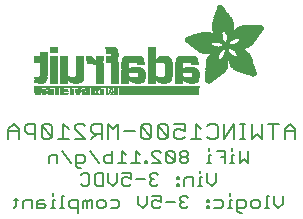
<source format=gbr>
G04 EAGLE Gerber RS-274X export*
G75*
%MOMM*%
%FSLAX34Y34*%
%LPD*%
%INSilkscreen Bottom*%
%IPPOS*%
%AMOC8*
5,1,8,0,0,1.08239X$1,22.5*%
G01*
%ADD10C,0.203200*%
%ADD11C,0.177800*%
%ADD12R,6.839700X0.016800*%
%ADD13R,0.268300X0.016800*%
%ADD14R,0.268200X0.016800*%
%ADD15R,0.251500X0.016800*%
%ADD16R,0.301800X0.016800*%
%ADD17R,0.251400X0.016800*%
%ADD18R,0.285000X0.016800*%
%ADD19R,0.301700X0.016800*%
%ADD20R,0.419100X0.016800*%
%ADD21R,0.318500X0.016800*%
%ADD22R,0.586700X0.016800*%
%ADD23R,0.586800X0.016800*%
%ADD24R,6.839700X0.016700*%
%ADD25R,0.268300X0.016700*%
%ADD26R,0.251400X0.016700*%
%ADD27R,0.251500X0.016700*%
%ADD28R,0.301800X0.016700*%
%ADD29R,0.285000X0.016700*%
%ADD30R,0.301700X0.016700*%
%ADD31R,0.419100X0.016700*%
%ADD32R,0.318500X0.016700*%
%ADD33R,0.586700X0.016700*%
%ADD34R,0.586800X0.016700*%
%ADD35R,0.318600X0.016800*%
%ADD36R,0.569900X0.016800*%
%ADD37R,0.335300X0.016800*%
%ADD38R,0.234700X0.016800*%
%ADD39R,0.234700X0.016700*%
%ADD40R,0.016700X0.016700*%
%ADD41R,0.318600X0.016700*%
%ADD42R,0.569900X0.016700*%
%ADD43R,0.335300X0.016700*%
%ADD44R,0.217900X0.016800*%
%ADD45R,0.033500X0.016800*%
%ADD46R,0.570000X0.016800*%
%ADD47R,0.201100X0.016700*%
%ADD48R,0.050300X0.016700*%
%ADD49R,0.670500X0.016700*%
%ADD50R,1.005800X0.016700*%
%ADD51R,0.570000X0.016700*%
%ADD52R,0.201100X0.016800*%
%ADD53R,0.067000X0.016800*%
%ADD54R,0.670500X0.016800*%
%ADD55R,1.005800X0.016800*%
%ADD56R,0.184400X0.016800*%
%ADD57R,0.989000X0.016800*%
%ADD58R,0.184400X0.016700*%
%ADD59R,0.067000X0.016700*%
%ADD60R,0.989000X0.016700*%
%ADD61R,0.167600X0.016800*%
%ADD62R,0.083800X0.016800*%
%ADD63R,0.637000X0.016800*%
%ADD64R,0.955500X0.016800*%
%ADD65R,0.150800X0.016800*%
%ADD66R,0.100600X0.016800*%
%ADD67R,0.536400X0.016800*%
%ADD68R,0.854900X0.016800*%
%ADD69R,0.150800X0.016700*%
%ADD70R,0.100600X0.016700*%
%ADD71R,0.352000X0.016700*%
%ADD72R,0.435900X0.016700*%
%ADD73R,0.402400X0.016700*%
%ADD74R,0.368800X0.016700*%
%ADD75R,0.134100X0.016800*%
%ADD76R,0.117300X0.016800*%
%ADD77R,0.435900X0.016800*%
%ADD78R,0.368900X0.016800*%
%ADD79R,0.603500X0.016800*%
%ADD80R,0.134100X0.016700*%
%ADD81R,0.117300X0.016700*%
%ADD82R,0.452600X0.016700*%
%ADD83R,0.620300X0.016700*%
%ADD84R,0.284900X0.016800*%
%ADD85R,0.486200X0.016800*%
%ADD86R,0.653800X0.016800*%
%ADD87R,0.804700X0.016800*%
%ADD88R,0.150900X0.016700*%
%ADD89R,0.268200X0.016700*%
%ADD90R,0.737600X0.016700*%
%ADD91R,0.603500X0.016700*%
%ADD92R,0.922000X0.016700*%
%ADD93R,0.150900X0.016800*%
%ADD94R,0.821400X0.016800*%
%ADD95R,0.972300X0.016800*%
%ADD96R,0.989100X0.016800*%
%ADD97R,0.083800X0.016700*%
%ADD98R,0.167600X0.016700*%
%ADD99R,0.821400X0.016700*%
%ADD100R,0.989100X0.016700*%
%ADD101R,0.201200X0.016700*%
%ADD102R,0.050300X0.016800*%
%ADD103R,0.201200X0.016800*%
%ADD104R,0.217900X0.016700*%
%ADD105R,0.284900X0.016700*%
%ADD106R,0.352100X0.016800*%
%ADD107R,0.620300X0.016800*%
%ADD108R,0.385600X0.016800*%
%ADD109R,0.335200X0.016800*%
%ADD110R,0.385600X0.016700*%
%ADD111R,0.687400X0.016700*%
%ADD112R,13.998000X0.016800*%
%ADD113R,13.998000X0.016700*%
%ADD114R,0.637000X0.016700*%
%ADD115R,0.486100X0.016700*%
%ADD116R,0.637100X0.016700*%
%ADD117R,0.519700X0.016700*%
%ADD118R,0.536500X0.016700*%
%ADD119R,0.787900X0.016800*%
%ADD120R,0.687400X0.016800*%
%ADD121R,0.771200X0.016800*%
%ADD122R,0.637100X0.016800*%
%ADD123R,0.720800X0.016800*%
%ADD124R,0.704100X0.016800*%
%ADD125R,0.754400X0.016800*%
%ADD126R,0.838200X0.016700*%
%ADD127R,0.871800X0.016700*%
%ADD128R,0.871700X0.016700*%
%ADD129R,0.402400X0.016800*%
%ADD130R,0.922100X0.016800*%
%ADD131R,0.938800X0.016800*%
%ADD132R,0.938800X0.016700*%
%ADD133R,1.022600X0.016700*%
%ADD134R,0.972400X0.016700*%
%ADD135R,0.972300X0.016700*%
%ADD136R,0.469400X0.016800*%
%ADD137R,1.072900X0.016800*%
%ADD138R,1.022600X0.016800*%
%ADD139R,1.005900X0.016800*%
%ADD140R,0.502900X0.016800*%
%ADD141R,1.123200X0.016800*%
%ADD142R,1.056200X0.016800*%
%ADD143R,1.123100X0.016800*%
%ADD144R,1.139900X0.016700*%
%ADD145R,1.089600X0.016700*%
%ADD146R,0.553200X0.016800*%
%ADD147R,1.190200X0.016800*%
%ADD148R,1.190300X0.016800*%
%ADD149R,1.039400X0.016800*%
%ADD150R,1.223700X0.016800*%
%ADD151R,1.173500X0.016800*%
%ADD152R,1.223800X0.016800*%
%ADD153R,1.240500X0.016700*%
%ADD154R,1.173500X0.016700*%
%ADD155R,1.240600X0.016700*%
%ADD156R,1.190300X0.016700*%
%ADD157R,1.056200X0.016700*%
%ADD158R,1.274100X0.016800*%
%ADD159R,1.274000X0.016800*%
%ADD160R,1.307600X0.016800*%
%ADD161R,1.257300X0.016800*%
%ADD162R,1.324400X0.016800*%
%ADD163R,0.687300X0.016700*%
%ADD164R,1.324400X0.016700*%
%ADD165R,1.307500X0.016700*%
%ADD166R,1.274100X0.016700*%
%ADD167R,1.072900X0.016700*%
%ADD168R,2.011600X0.016800*%
%ADD169R,1.324300X0.016800*%
%ADD170R,1.978100X0.016800*%
%ADD171R,2.011600X0.016700*%
%ADD172R,1.357900X0.016700*%
%ADD173R,1.994900X0.016700*%
%ADD174R,1.341200X0.016700*%
%ADD175R,1.089700X0.016700*%
%ADD176R,0.754300X0.016800*%
%ADD177R,1.994900X0.016800*%
%ADD178R,1.995000X0.016800*%
%ADD179R,1.089700X0.016800*%
%ADD180R,0.787900X0.016700*%
%ADD181R,1.995000X0.016700*%
%ADD182R,2.028400X0.016800*%
%ADD183R,2.011700X0.016800*%
%ADD184R,1.106500X0.016800*%
%ADD185R,2.028400X0.016700*%
%ADD186R,2.011700X0.016700*%
%ADD187R,1.106500X0.016700*%
%ADD188R,0.888400X0.016800*%
%ADD189R,0.922000X0.016800*%
%ADD190R,0.938700X0.016700*%
%ADD191R,2.045200X0.016800*%
%ADD192R,0.938700X0.016800*%
%ADD193R,0.670600X0.016700*%
%ADD194R,0.888500X0.016700*%
%ADD195R,2.045200X0.016700*%
%ADD196R,0.888400X0.016700*%
%ADD197R,0.804600X0.016800*%
%ADD198R,2.028500X0.016800*%
%ADD199R,1.056100X0.016700*%
%ADD200R,0.771100X0.016700*%
%ADD201R,0.754300X0.016700*%
%ADD202R,2.028500X0.016700*%
%ADD203R,0.737700X0.016700*%
%ADD204R,1.072800X0.016800*%
%ADD205R,0.871700X0.016800*%
%ADD206R,0.737600X0.016800*%
%ADD207R,0.871800X0.016800*%
%ADD208R,1.089600X0.016800*%
%ADD209R,0.704000X0.016800*%
%ADD210R,0.687300X0.016800*%
%ADD211R,0.670600X0.016800*%
%ADD212R,1.123100X0.016700*%
%ADD213R,0.720800X0.016700*%
%ADD214R,0.653700X0.016700*%
%ADD215R,0.653800X0.016700*%
%ADD216R,1.139900X0.016800*%
%ADD217R,1.173400X0.016800*%
%ADD218R,1.190200X0.016700*%
%ADD219R,1.207000X0.016800*%
%ADD220R,1.240500X0.016800*%
%ADD221R,0.469400X0.016700*%
%ADD222R,1.274000X0.016700*%
%ADD223R,0.519600X0.016800*%
%ADD224R,1.341100X0.016800*%
%ADD225R,0.771200X0.016700*%
%ADD226R,1.374600X0.016700*%
%ADD227R,0.838200X0.016800*%
%ADD228R,1.391400X0.016800*%
%ADD229R,1.424900X0.016800*%
%ADD230R,1.441700X0.016700*%
%ADD231R,1.475200X0.016800*%
%ADD232R,1.491900X0.016700*%
%ADD233R,1.525500X0.016800*%
%ADD234R,1.559000X0.016700*%
%ADD235R,1.575800X0.016800*%
%ADD236R,1.307600X0.016700*%
%ADD237R,1.592500X0.016700*%
%ADD238R,1.374700X0.016800*%
%ADD239R,1.609300X0.016800*%
%ADD240R,1.408200X0.016800*%
%ADD241R,1.626100X0.016800*%
%ADD242R,1.626100X0.016700*%
%ADD243R,1.508800X0.016800*%
%ADD244R,1.659600X0.016800*%
%ADD245R,1.559000X0.016800*%
%ADD246R,1.676400X0.016800*%
%ADD247R,1.575800X0.016700*%
%ADD248R,1.676400X0.016700*%
%ADD249R,1.978100X0.016700*%
%ADD250R,1.693100X0.016800*%
%ADD251R,1.642800X0.016800*%
%ADD252R,1.709900X0.016800*%
%ADD253R,1.961300X0.016800*%
%ADD254R,1.726600X0.016700*%
%ADD255R,1.961300X0.016700*%
%ADD256R,1.693200X0.016800*%
%ADD257R,1.726600X0.016800*%
%ADD258R,1.944600X0.016800*%
%ADD259R,1.726700X0.016700*%
%ADD260R,1.743400X0.016700*%
%ADD261R,1.944600X0.016700*%
%ADD262R,1.726700X0.016800*%
%ADD263R,1.760200X0.016800*%
%ADD264R,1.927800X0.016800*%
%ADD265R,1.911000X0.016800*%
%ADD266R,1.793700X0.016700*%
%ADD267R,1.776900X0.016700*%
%ADD268R,1.911100X0.016700*%
%ADD269R,1.894300X0.016700*%
%ADD270R,1.793800X0.016800*%
%ADD271R,1.776900X0.016800*%
%ADD272R,1.911100X0.016800*%
%ADD273R,1.894300X0.016800*%
%ADD274R,1.827300X0.016800*%
%ADD275R,1.810500X0.016800*%
%ADD276R,1.877500X0.016800*%
%ADD277R,1.844100X0.016700*%
%ADD278R,1.810500X0.016700*%
%ADD279R,1.860800X0.016700*%
%ADD280R,1.844000X0.016700*%
%ADD281R,1.860900X0.016800*%
%ADD282R,1.844000X0.016800*%
%ADD283R,1.827200X0.016800*%
%ADD284R,1.860800X0.016800*%
%ADD285R,1.793700X0.016800*%
%ADD286R,1.877600X0.016700*%
%ADD287R,1.827200X0.016700*%
%ADD288R,1.927800X0.016700*%
%ADD289R,1.927900X0.016800*%
%ADD290R,1.944700X0.016700*%
%ADD291R,1.877500X0.016700*%
%ADD292R,1.961400X0.016800*%
%ADD293R,1.961400X0.016700*%
%ADD294R,1.978200X0.016800*%
%ADD295R,1.911000X0.016700*%
%ADD296R,0.620200X0.016800*%
%ADD297R,1.425000X0.016800*%
%ADD298R,0.620200X0.016700*%
%ADD299R,1.425000X0.016700*%
%ADD300R,0.653700X0.016800*%
%ADD301R,0.704100X0.016700*%
%ADD302R,0.804700X0.016700*%
%ADD303R,0.905200X0.016800*%
%ADD304R,1.894400X0.016800*%
%ADD305R,1.927900X0.016700*%
%ADD306R,1.877600X0.016800*%
%ADD307R,3.889300X0.016800*%
%ADD308R,3.872500X0.016700*%
%ADD309R,3.872500X0.016800*%
%ADD310R,3.855700X0.016700*%
%ADD311R,0.754400X0.016700*%
%ADD312R,3.855700X0.016800*%
%ADD313R,3.839000X0.016800*%
%ADD314R,0.720900X0.016800*%
%ADD315R,3.822200X0.016700*%
%ADD316R,2.715700X0.016800*%
%ADD317R,2.632000X0.016800*%
%ADD318R,1.290800X0.016800*%
%ADD319R,2.615200X0.016700*%
%ADD320R,1.257300X0.016700*%
%ADD321R,2.581700X0.016800*%
%ADD322R,1.240600X0.016800*%
%ADD323R,2.564900X0.016800*%
%ADD324R,1.760300X0.016800*%
%ADD325R,2.531400X0.016700*%
%ADD326R,1.156700X0.016700*%
%ADD327R,2.514600X0.016800*%
%ADD328R,0.955600X0.016800*%
%ADD329R,2.497800X0.016800*%
%ADD330R,1.659700X0.016800*%
%ADD331R,2.464300X0.016700*%
%ADD332R,1.039300X0.016700*%
%ADD333R,2.447500X0.016800*%
%ADD334R,1.592500X0.016800*%
%ADD335R,0.536500X0.016800*%
%ADD336R,2.430800X0.016700*%
%ADD337R,1.559100X0.016700*%
%ADD338R,1.542300X0.016700*%
%ADD339R,0.502900X0.016700*%
%ADD340R,2.414000X0.016800*%
%ADD341R,0.905300X0.016800*%
%ADD342R,1.508700X0.016800*%
%ADD343R,0.888500X0.016800*%
%ADD344R,2.397300X0.016800*%
%ADD345R,1.441700X0.016800*%
%ADD346R,0.452700X0.016800*%
%ADD347R,1.290900X0.016700*%
%ADD348R,1.156700X0.016800*%
%ADD349R,0.855000X0.016800*%
%ADD350R,1.123200X0.016700*%
%ADD351R,0.720900X0.016700*%
%ADD352R,1.106400X0.016800*%
%ADD353R,1.106400X0.016700*%
%ADD354R,0.771100X0.016800*%
%ADD355R,0.435800X0.016700*%
%ADD356R,1.592600X0.016700*%
%ADD357R,0.435800X0.016800*%
%ADD358R,1.642900X0.016800*%
%ADD359R,0.402300X0.016800*%
%ADD360R,1.793800X0.016700*%
%ADD361R,0.368800X0.016800*%
%ADD362R,1.056100X0.016800*%
%ADD363R,1.039400X0.016700*%
%ADD364R,2.078800X0.016800*%
%ADD365R,0.335200X0.016700*%
%ADD366R,2.145800X0.016700*%
%ADD367R,2.162600X0.016800*%
%ADD368R,0.352000X0.016800*%
%ADD369R,2.212800X0.016800*%
%ADD370R,2.279900X0.016700*%
%ADD371R,2.330200X0.016800*%
%ADD372R,2.799500X0.016800*%
%ADD373R,2.816300X0.016700*%
%ADD374R,0.955500X0.016700*%
%ADD375R,2.849900X0.016800*%
%ADD376R,2.916900X0.016800*%
%ADD377R,4.224500X0.016700*%
%ADD378R,4.291600X0.016800*%
%ADD379R,4.409000X0.016800*%
%ADD380R,4.509500X0.016700*%
%ADD381R,4.526300X0.016800*%
%ADD382R,4.626800X0.016700*%
%ADD383R,4.693900X0.016800*%
%ADD384R,4.727400X0.016800*%
%ADD385R,2.548200X0.016700*%
%ADD386R,2.179300X0.016700*%
%ADD387R,2.430800X0.016800*%
%ADD388R,2.414000X0.016700*%
%ADD389R,2.414100X0.016800*%
%ADD390R,2.430700X0.016700*%
%ADD391R,2.447600X0.016700*%
%ADD392R,1.559100X0.016800*%
%ADD393R,1.525500X0.016700*%
%ADD394R,1.492000X0.016800*%
%ADD395R,1.491900X0.016800*%
%ADD396R,1.458500X0.016700*%
%ADD397R,2.061900X0.016800*%
%ADD398R,1.408100X0.016700*%
%ADD399R,0.905200X0.016700*%
%ADD400R,2.112300X0.016700*%
%ADD401R,2.179300X0.016800*%
%ADD402R,1.408200X0.016700*%
%ADD403R,2.212900X0.016700*%
%ADD404R,1.140000X0.016800*%
%ADD405R,3.319300X0.016800*%
%ADD406R,1.374700X0.016700*%
%ADD407R,0.402300X0.016700*%
%ADD408R,3.302500X0.016700*%
%ADD409R,3.285700X0.016800*%
%ADD410R,1.357900X0.016800*%
%ADD411R,3.269000X0.016800*%
%ADD412R,3.285800X0.016700*%
%ADD413R,3.268900X0.016800*%
%ADD414R,0.452700X0.016700*%
%ADD415R,3.268900X0.016700*%
%ADD416R,1.391400X0.016700*%
%ADD417R,3.269000X0.016700*%
%ADD418R,1.374600X0.016800*%
%ADD419R,0.519700X0.016800*%
%ADD420R,3.252200X0.016800*%
%ADD421R,3.235400X0.016800*%
%ADD422R,3.235400X0.016700*%
%ADD423R,3.218600X0.016800*%
%ADD424R,3.201900X0.016800*%
%ADD425R,3.201900X0.016700*%
%ADD426R,1.458500X0.016800*%
%ADD427R,1.525600X0.016800*%
%ADD428R,3.185100X0.016800*%
%ADD429R,2.531300X0.016700*%
%ADD430R,3.168400X0.016700*%
%ADD431R,2.531300X0.016800*%
%ADD432R,3.151600X0.016800*%
%ADD433R,2.548100X0.016800*%
%ADD434R,3.134900X0.016800*%
%ADD435R,2.564900X0.016700*%
%ADD436R,3.118100X0.016700*%
%ADD437R,2.581600X0.016800*%
%ADD438R,3.101400X0.016800*%
%ADD439R,2.598400X0.016700*%
%ADD440R,3.067900X0.016700*%
%ADD441R,2.598400X0.016800*%
%ADD442R,3.034300X0.016800*%
%ADD443R,2.615100X0.016800*%
%ADD444R,3.000800X0.016800*%
%ADD445R,2.631900X0.016700*%
%ADD446R,2.950500X0.016700*%
%ADD447R,2.648700X0.016800*%
%ADD448R,2.900200X0.016800*%
%ADD449R,2.665500X0.016800*%
%ADD450R,2.682200X0.016700*%
%ADD451R,2.799600X0.016700*%
%ADD452R,2.699000X0.016800*%
%ADD453R,2.732500X0.016800*%
%ADD454R,2.749300X0.016700*%
%ADD455R,2.632000X0.016700*%
%ADD456R,2.749300X0.016800*%
%ADD457R,2.766100X0.016700*%
%ADD458R,2.766100X0.016800*%
%ADD459R,2.481100X0.016800*%
%ADD460R,2.782900X0.016800*%
%ADD461R,2.380500X0.016700*%
%ADD462R,2.833100X0.016800*%
%ADD463R,1.592600X0.016800*%
%ADD464R,2.849900X0.016700*%
%ADD465R,2.883400X0.016800*%
%ADD466R,2.917000X0.016700*%
%ADD467R,2.933700X0.016800*%
%ADD468R,2.967200X0.016800*%
%ADD469R,2.967200X0.016700*%
%ADD470R,3.017500X0.016700*%
%ADD471R,3.051000X0.016800*%
%ADD472R,0.788000X0.016800*%
%ADD473R,3.084600X0.016800*%
%ADD474R,2.397300X0.016700*%
%ADD475R,2.397200X0.016800*%
%ADD476R,1.760200X0.016700*%
%ADD477R,2.397200X0.016700*%
%ADD478R,1.827300X0.016700*%
%ADD479R,2.380500X0.016800*%
%ADD480R,2.363700X0.016800*%
%ADD481R,2.363700X0.016700*%
%ADD482R,2.346900X0.016800*%
%ADD483R,2.296600X0.016700*%
%ADD484R,2.279900X0.016800*%
%ADD485R,2.246300X0.016800*%
%ADD486R,2.229600X0.016700*%
%ADD487R,2.129100X0.016800*%
%ADD488R,2.112300X0.016800*%
%ADD489R,1.609300X0.016700*%
%ADD490R,1.743400X0.016800*%
%ADD491R,1.693100X0.016700*%
%ADD492R,1.659700X0.016700*%
%ADD493R,1.575900X0.016800*%
%ADD494R,1.575900X0.016700*%
%ADD495R,1.475200X0.016700*%
%ADD496R,1.324300X0.016700*%
%ADD497R,1.290800X0.016700*%
%ADD498R,1.207000X0.016700*%
%ADD499R,0.854900X0.016700*%
%ADD500R,0.821500X0.016700*%
%ADD501R,0.821500X0.016800*%
%ADD502R,0.218000X0.016800*%


D10*
X290580Y161036D02*
X290580Y169849D01*
X286174Y174255D01*
X281768Y169849D01*
X281768Y161036D01*
X281768Y167646D02*
X290580Y167646D01*
X272141Y161036D02*
X272141Y174255D01*
X267735Y174255D02*
X276548Y174255D01*
X262515Y174255D02*
X262515Y161036D01*
X258108Y165442D01*
X253702Y161036D01*
X253702Y174255D01*
X248482Y161036D02*
X244076Y161036D01*
X246279Y161036D02*
X246279Y174255D01*
X248482Y174255D02*
X244076Y174255D01*
X239127Y174255D02*
X239127Y161036D01*
X230314Y161036D02*
X239127Y174255D01*
X230314Y174255D02*
X230314Y161036D01*
X218484Y174255D02*
X216281Y172052D01*
X218484Y174255D02*
X222891Y174255D01*
X225094Y172052D01*
X225094Y163239D01*
X222891Y161036D01*
X218484Y161036D01*
X216281Y163239D01*
X211061Y169849D02*
X206655Y174255D01*
X206655Y161036D01*
X211061Y161036D02*
X202248Y161036D01*
X197028Y174255D02*
X188216Y174255D01*
X197028Y174255D02*
X197028Y167646D01*
X192622Y169849D01*
X190419Y169849D01*
X188216Y167646D01*
X188216Y163239D01*
X190419Y161036D01*
X194825Y161036D01*
X197028Y163239D01*
X182996Y163239D02*
X182996Y172052D01*
X180793Y174255D01*
X176386Y174255D01*
X174183Y172052D01*
X174183Y163239D01*
X176386Y161036D01*
X180793Y161036D01*
X182996Y163239D01*
X174183Y172052D01*
X168963Y172052D02*
X168963Y163239D01*
X168963Y172052D02*
X166760Y174255D01*
X162353Y174255D01*
X160150Y172052D01*
X160150Y163239D01*
X162353Y161036D01*
X166760Y161036D01*
X168963Y163239D01*
X160150Y172052D01*
X154930Y167646D02*
X146117Y167646D01*
X140897Y174255D02*
X140897Y161036D01*
X136491Y169849D02*
X140897Y174255D01*
X136491Y169849D02*
X132085Y174255D01*
X132085Y161036D01*
X126865Y161036D02*
X126865Y174255D01*
X120255Y174255D01*
X118052Y172052D01*
X118052Y167646D01*
X120255Y165442D01*
X126865Y165442D01*
X122458Y165442D02*
X118052Y161036D01*
X112832Y161036D02*
X104019Y161036D01*
X112832Y161036D02*
X104019Y169849D01*
X104019Y172052D01*
X106222Y174255D01*
X110629Y174255D01*
X112832Y172052D01*
X98799Y169849D02*
X94393Y174255D01*
X94393Y161036D01*
X98799Y161036D02*
X89986Y161036D01*
X84766Y163239D02*
X84766Y172052D01*
X82563Y174255D01*
X78157Y174255D01*
X75953Y172052D01*
X75953Y163239D01*
X78157Y161036D01*
X82563Y161036D01*
X84766Y163239D01*
X75953Y172052D01*
X70733Y174255D02*
X70733Y161036D01*
X70733Y174255D02*
X64124Y174255D01*
X61921Y172052D01*
X61921Y167646D01*
X64124Y165442D01*
X70733Y165442D01*
X56701Y161036D02*
X56701Y169849D01*
X52294Y174255D01*
X47888Y169849D01*
X47888Y161036D01*
X47888Y167646D02*
X56701Y167646D01*
D11*
X250941Y151520D02*
X250941Y140589D01*
X247298Y144233D01*
X243654Y140589D01*
X243654Y151520D01*
X239248Y147877D02*
X237426Y147877D01*
X237426Y140589D01*
X239248Y140589D02*
X235604Y140589D01*
X237426Y151520D02*
X237426Y153342D01*
X231452Y151520D02*
X231452Y140589D01*
X231452Y151520D02*
X224164Y151520D01*
X227808Y146055D02*
X231452Y146055D01*
X219758Y147877D02*
X217936Y147877D01*
X217936Y140589D01*
X219758Y140589D02*
X216114Y140589D01*
X217936Y151520D02*
X217936Y153342D01*
X200268Y149698D02*
X198446Y151520D01*
X194802Y151520D01*
X192980Y149698D01*
X192980Y147877D01*
X194802Y146055D01*
X192980Y144233D01*
X192980Y142411D01*
X194802Y140589D01*
X198446Y140589D01*
X200268Y142411D01*
X200268Y144233D01*
X198446Y146055D01*
X200268Y147877D01*
X200268Y149698D01*
X198446Y146055D02*
X194802Y146055D01*
X188574Y142411D02*
X188574Y149698D01*
X186752Y151520D01*
X183108Y151520D01*
X181286Y149698D01*
X181286Y142411D01*
X183108Y140589D01*
X186752Y140589D01*
X188574Y142411D01*
X181286Y149698D01*
X176880Y140589D02*
X169592Y140589D01*
X176880Y140589D02*
X169592Y147877D01*
X169592Y149698D01*
X171414Y151520D01*
X175058Y151520D01*
X176880Y149698D01*
X165186Y142411D02*
X165186Y140589D01*
X165186Y142411D02*
X163364Y142411D01*
X163364Y140589D01*
X165186Y140589D01*
X159339Y147877D02*
X155695Y151520D01*
X155695Y140589D01*
X159339Y140589D02*
X152051Y140589D01*
X147645Y147877D02*
X144001Y151520D01*
X144001Y140589D01*
X147645Y140589D02*
X140357Y140589D01*
X135951Y140589D02*
X135951Y151520D01*
X135951Y140589D02*
X130485Y140589D01*
X128663Y142411D01*
X128663Y146055D01*
X130485Y147877D01*
X135951Y147877D01*
X124257Y140589D02*
X116969Y151520D01*
X108919Y136945D02*
X107097Y136945D01*
X105275Y138767D01*
X105275Y147877D01*
X110741Y147877D01*
X112563Y146055D01*
X112563Y142411D01*
X110741Y140589D01*
X105275Y140589D01*
X100869Y140589D02*
X93581Y151520D01*
X89175Y147877D02*
X89175Y140589D01*
X89175Y147877D02*
X83709Y147877D01*
X81887Y146055D01*
X81887Y140589D01*
X223655Y132470D02*
X223655Y125183D01*
X220012Y121539D01*
X216368Y125183D01*
X216368Y132470D01*
X211962Y128827D02*
X210140Y128827D01*
X210140Y121539D01*
X211962Y121539D02*
X208318Y121539D01*
X210140Y132470D02*
X210140Y134292D01*
X204166Y128827D02*
X204166Y121539D01*
X204166Y128827D02*
X198700Y128827D01*
X196878Y127005D01*
X196878Y121539D01*
X192472Y128827D02*
X190650Y128827D01*
X190650Y127005D01*
X192472Y127005D01*
X192472Y128827D01*
X192472Y123361D02*
X190650Y123361D01*
X190650Y121539D01*
X192472Y121539D01*
X192472Y123361D01*
X174931Y130648D02*
X173109Y132470D01*
X169465Y132470D01*
X167643Y130648D01*
X167643Y128827D01*
X169465Y127005D01*
X171287Y127005D01*
X169465Y127005D02*
X167643Y125183D01*
X167643Y123361D01*
X169465Y121539D01*
X173109Y121539D01*
X174931Y123361D01*
X163237Y127005D02*
X155949Y127005D01*
X151543Y132470D02*
X144255Y132470D01*
X151543Y132470D02*
X151543Y127005D01*
X147899Y128827D01*
X146077Y128827D01*
X144255Y127005D01*
X144255Y123361D01*
X146077Y121539D01*
X149721Y121539D01*
X151543Y123361D01*
X139849Y125183D02*
X139849Y132470D01*
X139849Y125183D02*
X136205Y121539D01*
X132561Y125183D01*
X132561Y132470D01*
X128155Y132470D02*
X128155Y121539D01*
X122689Y121539D01*
X120867Y123361D01*
X120867Y130648D01*
X122689Y132470D01*
X128155Y132470D01*
X110995Y132470D02*
X109173Y130648D01*
X110995Y132470D02*
X114639Y132470D01*
X116461Y130648D01*
X116461Y123361D01*
X114639Y121539D01*
X110995Y121539D01*
X109173Y123361D01*
X280176Y113420D02*
X280176Y106133D01*
X276533Y102489D01*
X272889Y106133D01*
X272889Y113420D01*
X268482Y113420D02*
X266661Y113420D01*
X266661Y102489D01*
X268482Y102489D02*
X264839Y102489D01*
X258865Y102489D02*
X255221Y102489D01*
X253399Y104311D01*
X253399Y107955D01*
X255221Y109777D01*
X258865Y109777D01*
X260687Y107955D01*
X260687Y104311D01*
X258865Y102489D01*
X245349Y98845D02*
X243527Y98845D01*
X241705Y100667D01*
X241705Y109777D01*
X247171Y109777D01*
X248993Y107955D01*
X248993Y104311D01*
X247171Y102489D01*
X241705Y102489D01*
X237299Y109777D02*
X235477Y109777D01*
X235477Y102489D01*
X237299Y102489D02*
X233655Y102489D01*
X235477Y113420D02*
X235477Y115242D01*
X227681Y109777D02*
X222215Y109777D01*
X227681Y109777D02*
X229503Y107955D01*
X229503Y104311D01*
X227681Y102489D01*
X222215Y102489D01*
X217809Y109777D02*
X215987Y109777D01*
X215987Y107955D01*
X217809Y107955D01*
X217809Y109777D01*
X217809Y104311D02*
X215987Y104311D01*
X215987Y102489D01*
X217809Y102489D01*
X217809Y104311D01*
X200268Y111598D02*
X198446Y113420D01*
X194802Y113420D01*
X192980Y111598D01*
X192980Y109777D01*
X194802Y107955D01*
X196624Y107955D01*
X194802Y107955D02*
X192980Y106133D01*
X192980Y104311D01*
X194802Y102489D01*
X198446Y102489D01*
X200268Y104311D01*
X188574Y107955D02*
X181286Y107955D01*
X176880Y113420D02*
X169592Y113420D01*
X176880Y113420D02*
X176880Y107955D01*
X173236Y109777D01*
X171414Y109777D01*
X169592Y107955D01*
X169592Y104311D01*
X171414Y102489D01*
X175058Y102489D01*
X176880Y104311D01*
X165186Y106133D02*
X165186Y113420D01*
X165186Y106133D02*
X161542Y102489D01*
X157898Y106133D01*
X157898Y113420D01*
X139976Y109777D02*
X134510Y109777D01*
X139976Y109777D02*
X141798Y107955D01*
X141798Y104311D01*
X139976Y102489D01*
X134510Y102489D01*
X128282Y102489D02*
X124638Y102489D01*
X122816Y104311D01*
X122816Y107955D01*
X124638Y109777D01*
X128282Y109777D01*
X130104Y107955D01*
X130104Y104311D01*
X128282Y102489D01*
X118410Y102489D02*
X118410Y109777D01*
X116588Y109777D01*
X114766Y107955D01*
X114766Y102489D01*
X114766Y107955D02*
X112944Y109777D01*
X111122Y107955D01*
X111122Y102489D01*
X106716Y98845D02*
X106716Y109777D01*
X101250Y109777D01*
X99428Y107955D01*
X99428Y104311D01*
X101250Y102489D01*
X106716Y102489D01*
X95022Y113420D02*
X93200Y113420D01*
X93200Y102489D01*
X95022Y102489D02*
X91378Y102489D01*
X87226Y109777D02*
X85404Y109777D01*
X85404Y102489D01*
X87226Y102489D02*
X83582Y102489D01*
X85404Y113420D02*
X85404Y115242D01*
X77608Y109777D02*
X73964Y109777D01*
X72143Y107955D01*
X72143Y102489D01*
X77608Y102489D01*
X79430Y104311D01*
X77608Y106133D01*
X72143Y106133D01*
X67736Y102489D02*
X67736Y109777D01*
X62270Y109777D01*
X60449Y107955D01*
X60449Y102489D01*
X54220Y104311D02*
X54220Y111598D01*
X54220Y104311D02*
X52398Y102489D01*
X52398Y109777D02*
X56042Y109777D01*
D12*
X175492Y198120D03*
D13*
X138946Y198120D03*
D14*
X135425Y198120D03*
D15*
X130983Y198120D03*
D13*
X127379Y198120D03*
D16*
X123355Y198120D03*
D17*
X119248Y198120D03*
D18*
X115392Y198120D03*
D19*
X111453Y198120D03*
D20*
X106843Y198120D03*
X101646Y198120D03*
D21*
X96952Y198120D03*
D18*
X92928Y198120D03*
X89073Y198120D03*
D22*
X83541Y198120D03*
D19*
X78093Y198120D03*
D23*
X72644Y198120D03*
D24*
X175492Y198288D03*
D25*
X138946Y198288D03*
D26*
X135509Y198288D03*
D27*
X130983Y198288D03*
D28*
X127211Y198288D03*
D29*
X123271Y198288D03*
D30*
X119332Y198288D03*
D29*
X115392Y198288D03*
D30*
X111453Y198288D03*
D31*
X106843Y198288D03*
X101646Y198288D03*
D32*
X96952Y198288D03*
D29*
X92928Y198288D03*
X89073Y198288D03*
D33*
X83541Y198288D03*
D32*
X78177Y198288D03*
D34*
X72644Y198288D03*
D12*
X175492Y198455D03*
D13*
X138946Y198455D03*
D17*
X135509Y198455D03*
D15*
X130983Y198455D03*
D35*
X127127Y198455D03*
D13*
X123188Y198455D03*
D21*
X119248Y198455D03*
D18*
X115392Y198455D03*
D21*
X111537Y198455D03*
D20*
X106843Y198455D03*
X101646Y198455D03*
D21*
X96952Y198455D03*
D18*
X92928Y198455D03*
X89073Y198455D03*
D36*
X83625Y198455D03*
D37*
X78093Y198455D03*
D23*
X72644Y198455D03*
D12*
X175492Y198623D03*
D13*
X138946Y198623D03*
D38*
X135593Y198623D03*
D15*
X130983Y198623D03*
D35*
X127127Y198623D03*
D13*
X123188Y198623D03*
D21*
X119248Y198623D03*
D17*
X115392Y198623D03*
D21*
X111537Y198623D03*
D20*
X106843Y198623D03*
X101646Y198623D03*
D21*
X96952Y198623D03*
D18*
X92928Y198623D03*
X89073Y198623D03*
D36*
X83625Y198623D03*
D37*
X78093Y198623D03*
D23*
X72644Y198623D03*
D24*
X175492Y198791D03*
D25*
X138946Y198791D03*
D39*
X135593Y198791D03*
D40*
X133330Y198791D03*
D27*
X130983Y198791D03*
D41*
X127127Y198791D03*
D25*
X123188Y198791D03*
D32*
X119248Y198791D03*
D26*
X115392Y198791D03*
D32*
X111537Y198791D03*
D31*
X106843Y198791D03*
X101646Y198791D03*
D32*
X96952Y198791D03*
D29*
X92928Y198791D03*
X89073Y198791D03*
D42*
X83625Y198791D03*
D43*
X78093Y198791D03*
D34*
X72644Y198791D03*
D12*
X175492Y198958D03*
D13*
X138946Y198958D03*
D44*
X135677Y198958D03*
D45*
X133414Y198958D03*
D15*
X130983Y198958D03*
D35*
X127127Y198958D03*
D13*
X123188Y198958D03*
D21*
X119248Y198958D03*
D17*
X115392Y198958D03*
D21*
X111537Y198958D03*
D20*
X106843Y198958D03*
X101646Y198958D03*
D19*
X97036Y198958D03*
D18*
X92928Y198958D03*
X89073Y198958D03*
D36*
X83625Y198958D03*
D37*
X78093Y198958D03*
D46*
X72560Y198958D03*
D12*
X175492Y199126D03*
D13*
X138946Y199126D03*
D44*
X135677Y199126D03*
D45*
X133414Y199126D03*
D15*
X130983Y199126D03*
D35*
X127127Y199126D03*
D13*
X123188Y199126D03*
D21*
X119248Y199126D03*
D17*
X115392Y199126D03*
D21*
X111537Y199126D03*
D20*
X106843Y199126D03*
X101646Y199126D03*
D19*
X97036Y199126D03*
D18*
X92928Y199126D03*
X89073Y199126D03*
D36*
X83625Y199126D03*
D37*
X78093Y199126D03*
D46*
X72560Y199126D03*
D24*
X175492Y199294D03*
D25*
X138946Y199294D03*
D47*
X135761Y199294D03*
D48*
X133498Y199294D03*
D27*
X130983Y199294D03*
D41*
X127127Y199294D03*
D25*
X123188Y199294D03*
D32*
X119248Y199294D03*
D49*
X113297Y199294D03*
D31*
X106843Y199294D03*
X101646Y199294D03*
D30*
X97036Y199294D03*
D28*
X93012Y199294D03*
D29*
X89073Y199294D03*
D50*
X81445Y199294D03*
D51*
X72560Y199294D03*
D12*
X175492Y199461D03*
D13*
X138946Y199461D03*
D52*
X135761Y199461D03*
D53*
X133581Y199461D03*
D15*
X130983Y199461D03*
D35*
X127127Y199461D03*
D15*
X123104Y199461D03*
D21*
X119248Y199461D03*
D54*
X113297Y199461D03*
D20*
X106843Y199461D03*
X101646Y199461D03*
D19*
X97036Y199461D03*
D16*
X93012Y199461D03*
D18*
X89073Y199461D03*
D55*
X81445Y199461D03*
D23*
X72644Y199461D03*
D12*
X175492Y199629D03*
D13*
X138946Y199629D03*
D56*
X135844Y199629D03*
D53*
X133581Y199629D03*
D15*
X130983Y199629D03*
D37*
X127044Y199629D03*
D15*
X123104Y199629D03*
D21*
X119248Y199629D03*
D54*
X113297Y199629D03*
D20*
X106843Y199629D03*
X101646Y199629D03*
D19*
X97036Y199629D03*
D16*
X93012Y199629D03*
D18*
X89073Y199629D03*
D57*
X81529Y199629D03*
D23*
X72644Y199629D03*
D24*
X175492Y199797D03*
D25*
X138946Y199797D03*
D58*
X135844Y199797D03*
D59*
X133581Y199797D03*
D27*
X130983Y199797D03*
D43*
X127044Y199797D03*
D27*
X123104Y199797D03*
D32*
X119248Y199797D03*
D49*
X113297Y199797D03*
D31*
X106843Y199797D03*
X101646Y199797D03*
D29*
X97119Y199797D03*
D41*
X93096Y199797D03*
D29*
X89073Y199797D03*
D60*
X81529Y199797D03*
D34*
X72644Y199797D03*
D12*
X175492Y199964D03*
D13*
X138946Y199964D03*
D61*
X135928Y199964D03*
D62*
X133665Y199964D03*
D15*
X130983Y199964D03*
D37*
X127044Y199964D03*
D15*
X123104Y199964D03*
D21*
X119248Y199964D03*
D63*
X113464Y199964D03*
D20*
X106843Y199964D03*
X101646Y199964D03*
D35*
X93096Y199964D03*
D18*
X89073Y199964D03*
D64*
X81697Y199964D03*
D23*
X72644Y199964D03*
D12*
X175492Y200132D03*
D13*
X138946Y200132D03*
D65*
X136012Y200132D03*
D66*
X133749Y200132D03*
D15*
X130983Y200132D03*
D37*
X127044Y200132D03*
D15*
X123104Y200132D03*
D21*
X119248Y200132D03*
D67*
X113967Y200132D03*
D20*
X106843Y200132D03*
X101646Y200132D03*
D37*
X93180Y200132D03*
D18*
X89073Y200132D03*
D68*
X82200Y200132D03*
D23*
X72644Y200132D03*
D24*
X175492Y200300D03*
D25*
X138946Y200300D03*
D69*
X136012Y200300D03*
D70*
X133749Y200300D03*
D27*
X130983Y200300D03*
D43*
X127044Y200300D03*
D27*
X123104Y200300D03*
D32*
X119248Y200300D03*
D71*
X114889Y200300D03*
D72*
X106927Y200300D03*
D31*
X101646Y200300D03*
D73*
X93515Y200300D03*
D29*
X89073Y200300D03*
D74*
X81613Y200300D03*
D34*
X72644Y200300D03*
D12*
X175492Y200467D03*
D13*
X138946Y200467D03*
D75*
X136096Y200467D03*
D76*
X133833Y200467D03*
D15*
X130983Y200467D03*
D37*
X127044Y200467D03*
D15*
X123104Y200467D03*
D21*
X119248Y200467D03*
D19*
X115141Y200467D03*
D77*
X106927Y200467D03*
D20*
X101646Y200467D03*
D78*
X93348Y200467D03*
D18*
X89073Y200467D03*
D21*
X81865Y200467D03*
D79*
X72728Y200467D03*
D24*
X175492Y200635D03*
D25*
X138946Y200635D03*
D80*
X136096Y200635D03*
D81*
X133833Y200635D03*
D27*
X130983Y200635D03*
D43*
X127044Y200635D03*
D27*
X123104Y200635D03*
D32*
X119248Y200635D03*
D30*
X115141Y200635D03*
D82*
X107010Y200635D03*
D31*
X101646Y200635D03*
D43*
X93180Y200635D03*
D29*
X89073Y200635D03*
D32*
X81865Y200635D03*
D83*
X72812Y200635D03*
D12*
X175492Y200802D03*
D13*
X138946Y200802D03*
D76*
X136180Y200802D03*
X133833Y200802D03*
D15*
X130983Y200802D03*
D37*
X127044Y200802D03*
D15*
X123104Y200802D03*
D21*
X119248Y200802D03*
D84*
X115225Y200802D03*
D85*
X107178Y200802D03*
D20*
X101646Y200802D03*
D14*
X97203Y200802D03*
D35*
X93096Y200802D03*
D18*
X89073Y200802D03*
D16*
X81948Y200802D03*
D86*
X72979Y200802D03*
D12*
X175492Y200970D03*
D13*
X138946Y200970D03*
D76*
X136180Y200970D03*
D75*
X133917Y200970D03*
D15*
X130983Y200970D03*
D37*
X127044Y200970D03*
D15*
X123104Y200970D03*
D21*
X119248Y200970D03*
D14*
X115308Y200970D03*
D63*
X107932Y200970D03*
D20*
X101646Y200970D03*
D19*
X97036Y200970D03*
D16*
X93012Y200970D03*
D18*
X89073Y200970D03*
D16*
X81948Y200970D03*
D87*
X73734Y200970D03*
D24*
X175492Y201138D03*
D25*
X138946Y201138D03*
D70*
X136263Y201138D03*
D88*
X134001Y201138D03*
D27*
X130983Y201138D03*
D43*
X127044Y201138D03*
D27*
X123104Y201138D03*
D32*
X119248Y201138D03*
D89*
X115308Y201138D03*
D90*
X108435Y201138D03*
D31*
X101646Y201138D03*
D30*
X97036Y201138D03*
D28*
X93012Y201138D03*
D29*
X89073Y201138D03*
D91*
X83457Y201138D03*
D92*
X74320Y201138D03*
D12*
X175492Y201305D03*
D13*
X138946Y201305D03*
D66*
X136263Y201305D03*
D93*
X134001Y201305D03*
D15*
X130983Y201305D03*
D37*
X127044Y201305D03*
D15*
X123104Y201305D03*
D21*
X119248Y201305D03*
D14*
X115308Y201305D03*
D94*
X108854Y201305D03*
D20*
X101646Y201305D03*
D21*
X96952Y201305D03*
D18*
X92928Y201305D03*
X89073Y201305D03*
D22*
X83541Y201305D03*
D95*
X74572Y201305D03*
D12*
X175492Y201473D03*
D13*
X138946Y201473D03*
D62*
X136347Y201473D03*
D61*
X134084Y201473D03*
D15*
X130983Y201473D03*
D35*
X127127Y201473D03*
D15*
X123104Y201473D03*
D21*
X119248Y201473D03*
D14*
X115308Y201473D03*
D94*
X108854Y201473D03*
D20*
X101646Y201473D03*
D21*
X96952Y201473D03*
D18*
X92928Y201473D03*
X89073Y201473D03*
D22*
X83541Y201473D03*
D96*
X74656Y201473D03*
D24*
X175492Y201641D03*
D25*
X138946Y201641D03*
D97*
X136347Y201641D03*
D98*
X134084Y201641D03*
D27*
X130983Y201641D03*
D41*
X127127Y201641D03*
D27*
X123104Y201641D03*
D32*
X119248Y201641D03*
D89*
X115308Y201641D03*
D99*
X108854Y201641D03*
D31*
X101646Y201641D03*
D32*
X96952Y201641D03*
D29*
X92928Y201641D03*
X89073Y201641D03*
D33*
X83541Y201641D03*
D100*
X74656Y201641D03*
D12*
X175492Y201808D03*
D13*
X138946Y201808D03*
D53*
X136431Y201808D03*
D56*
X134168Y201808D03*
D15*
X130983Y201808D03*
D35*
X127127Y201808D03*
D13*
X123188Y201808D03*
D21*
X119248Y201808D03*
D14*
X115308Y201808D03*
D94*
X108854Y201808D03*
D20*
X101646Y201808D03*
D21*
X96952Y201808D03*
D18*
X92928Y201808D03*
X89073Y201808D03*
D22*
X83541Y201808D03*
D96*
X74656Y201808D03*
D12*
X175492Y201976D03*
D13*
X138946Y201976D03*
D53*
X136431Y201976D03*
D56*
X134168Y201976D03*
D15*
X130983Y201976D03*
D35*
X127127Y201976D03*
D13*
X123188Y201976D03*
D21*
X119248Y201976D03*
D14*
X115308Y201976D03*
D94*
X108854Y201976D03*
D20*
X101646Y201976D03*
D21*
X96952Y201976D03*
D18*
X92928Y201976D03*
X89073Y201976D03*
D22*
X83541Y201976D03*
D96*
X74656Y201976D03*
D24*
X175492Y202144D03*
D25*
X138946Y202144D03*
D48*
X136515Y202144D03*
D101*
X134252Y202144D03*
D27*
X130983Y202144D03*
D41*
X127127Y202144D03*
D25*
X123188Y202144D03*
D32*
X119248Y202144D03*
D89*
X115308Y202144D03*
D30*
X111453Y202144D03*
D72*
X106927Y202144D03*
D31*
X101646Y202144D03*
D32*
X96952Y202144D03*
D29*
X92928Y202144D03*
X89073Y202144D03*
D33*
X83541Y202144D03*
D30*
X78093Y202144D03*
D34*
X72644Y202144D03*
D12*
X175492Y202311D03*
D13*
X138946Y202311D03*
D102*
X136515Y202311D03*
D103*
X134252Y202311D03*
D15*
X130983Y202311D03*
D35*
X127127Y202311D03*
D13*
X123188Y202311D03*
D21*
X119248Y202311D03*
D14*
X115308Y202311D03*
D84*
X111537Y202311D03*
D77*
X106927Y202311D03*
D20*
X101646Y202311D03*
D21*
X96952Y202311D03*
D18*
X92928Y202311D03*
X89073Y202311D03*
D22*
X83541Y202311D03*
D19*
X78093Y202311D03*
D23*
X72644Y202311D03*
D24*
X175492Y202479D03*
D25*
X138946Y202479D03*
D48*
X136515Y202479D03*
D104*
X134336Y202479D03*
D27*
X130983Y202479D03*
D41*
X127127Y202479D03*
D25*
X123188Y202479D03*
D32*
X119248Y202479D03*
D89*
X115308Y202479D03*
D105*
X111537Y202479D03*
D72*
X106927Y202479D03*
D31*
X101646Y202479D03*
D32*
X96952Y202479D03*
D29*
X92928Y202479D03*
X89073Y202479D03*
D33*
X83541Y202479D03*
D30*
X78093Y202479D03*
D34*
X72644Y202479D03*
D12*
X175492Y202646D03*
D13*
X138946Y202646D03*
D38*
X134420Y202646D03*
D15*
X130983Y202646D03*
D35*
X127127Y202646D03*
D13*
X123188Y202646D03*
D21*
X119248Y202646D03*
D14*
X115308Y202646D03*
D84*
X111537Y202646D03*
D77*
X106927Y202646D03*
D20*
X101646Y202646D03*
D21*
X96952Y202646D03*
D18*
X92928Y202646D03*
X89073Y202646D03*
D22*
X83541Y202646D03*
D19*
X78093Y202646D03*
D23*
X72644Y202646D03*
D12*
X175492Y202814D03*
D13*
X138946Y202814D03*
D38*
X134420Y202814D03*
D15*
X130983Y202814D03*
D16*
X127211Y202814D03*
D18*
X123271Y202814D03*
D21*
X119248Y202814D03*
D14*
X115308Y202814D03*
D84*
X111537Y202814D03*
D77*
X106927Y202814D03*
D20*
X101646Y202814D03*
D19*
X97036Y202814D03*
D18*
X92928Y202814D03*
X89073Y202814D03*
D22*
X83541Y202814D03*
D19*
X78093Y202814D03*
D23*
X72644Y202814D03*
D24*
X175492Y202982D03*
D25*
X138946Y202982D03*
D39*
X134420Y202982D03*
D27*
X130983Y202982D03*
D29*
X127295Y202982D03*
X123271Y202982D03*
D32*
X119248Y202982D03*
D89*
X115308Y202982D03*
D105*
X111537Y202982D03*
D72*
X106927Y202982D03*
D31*
X101646Y202982D03*
D30*
X97036Y202982D03*
D29*
X92928Y202982D03*
X89073Y202982D03*
D91*
X83457Y202982D03*
D30*
X78093Y202982D03*
D34*
X72644Y202982D03*
D12*
X175492Y203149D03*
D13*
X138946Y203149D03*
D17*
X134503Y203149D03*
D15*
X130983Y203149D03*
D16*
X123355Y203149D03*
D21*
X119248Y203149D03*
D14*
X115308Y203149D03*
D103*
X108100Y203149D03*
X100556Y203149D03*
D16*
X93012Y203149D03*
D18*
X89073Y203149D03*
D15*
X81697Y203149D03*
D79*
X72728Y203149D03*
D12*
X175492Y203317D03*
D13*
X138946Y203317D03*
D14*
X134587Y203317D03*
D15*
X130983Y203317D03*
D16*
X123355Y203317D03*
D21*
X119248Y203317D03*
D84*
X115225Y203317D03*
D103*
X108100Y203317D03*
X100556Y203317D03*
D35*
X93096Y203317D03*
D18*
X89073Y203317D03*
D15*
X81697Y203317D03*
D79*
X72728Y203317D03*
D24*
X175492Y203485D03*
D25*
X138946Y203485D03*
D89*
X134587Y203485D03*
D27*
X130983Y203485D03*
D32*
X123439Y203485D03*
X119248Y203485D03*
D105*
X115225Y203485D03*
D104*
X108184Y203485D03*
D101*
X100556Y203485D03*
D41*
X93096Y203485D03*
D29*
X89073Y203485D03*
D27*
X81697Y203485D03*
D83*
X72812Y203485D03*
D12*
X175492Y203652D03*
D13*
X138946Y203652D03*
D18*
X134671Y203652D03*
D15*
X130983Y203652D03*
D106*
X123607Y203652D03*
D21*
X119248Y203652D03*
D19*
X115141Y203652D03*
D38*
X108268Y203652D03*
D103*
X100556Y203652D03*
D37*
X93180Y203652D03*
D18*
X89073Y203652D03*
D14*
X81613Y203652D03*
D107*
X72812Y203652D03*
D12*
X175492Y203820D03*
D13*
X138946Y203820D03*
D18*
X134671Y203820D03*
D15*
X130983Y203820D03*
D108*
X123774Y203820D03*
D21*
X119248Y203820D03*
D109*
X114973Y203820D03*
D15*
X108352Y203820D03*
D103*
X100556Y203820D03*
D106*
X93264Y203820D03*
D18*
X89073Y203820D03*
D16*
X81445Y203820D03*
D86*
X72979Y203820D03*
D24*
X175492Y203988D03*
D25*
X138946Y203988D03*
D30*
X134755Y203988D03*
D27*
X130983Y203988D03*
D72*
X124026Y203988D03*
D32*
X119248Y203988D03*
D74*
X114805Y203988D03*
D29*
X108519Y203988D03*
D101*
X100556Y203988D03*
D110*
X93431Y203988D03*
D29*
X89073Y203988D03*
D43*
X81278Y203988D03*
D111*
X73147Y203988D03*
D112*
X139700Y204155D03*
X139700Y204323D03*
D113*
X139700Y204491D03*
D112*
X139700Y204658D03*
D113*
X139700Y204826D03*
D112*
X139700Y204993D03*
D102*
X217485Y208011D03*
D103*
X75578Y208011D03*
D101*
X217401Y208179D03*
D34*
X203068Y208179D03*
D114*
X192423Y208179D03*
D115*
X179599Y208179D03*
D83*
X169373Y208179D03*
D34*
X157302Y208179D03*
D114*
X146825Y208179D03*
D116*
X138108Y208179D03*
X125032Y208179D03*
D117*
X105167Y208179D03*
D116*
X94689Y208179D03*
D114*
X86139Y208179D03*
D118*
X75243Y208179D03*
D14*
X217401Y208346D03*
D119*
X203068Y208346D03*
D63*
X192423Y208346D03*
D120*
X179766Y208346D03*
D107*
X169373Y208346D03*
D121*
X157386Y208346D03*
D63*
X146825Y208346D03*
D122*
X138108Y208346D03*
X125032Y208346D03*
D123*
X105166Y208346D03*
D122*
X94689Y208346D03*
D63*
X86139Y208346D03*
D124*
X74908Y208346D03*
D16*
X217401Y208514D03*
D94*
X203068Y208514D03*
D63*
X192423Y208514D03*
D125*
X179766Y208514D03*
D107*
X169373Y208514D03*
D94*
X157302Y208514D03*
D63*
X146825Y208514D03*
D122*
X138108Y208514D03*
X125032Y208514D03*
D121*
X105250Y208514D03*
D122*
X94689Y208514D03*
D63*
X86139Y208514D03*
D121*
X74907Y208514D03*
D71*
X217485Y208682D03*
D92*
X203068Y208682D03*
D114*
X192423Y208682D03*
D126*
X179850Y208682D03*
D83*
X169373Y208682D03*
D92*
X157302Y208682D03*
D114*
X146825Y208682D03*
D116*
X138108Y208682D03*
X125032Y208682D03*
D127*
X105250Y208682D03*
D116*
X94689Y208682D03*
D114*
X86139Y208682D03*
D128*
X74740Y208682D03*
D129*
X217401Y208849D03*
D57*
X203068Y208849D03*
D63*
X192423Y208849D03*
D130*
X179934Y208849D03*
D107*
X169373Y208849D03*
D96*
X157303Y208849D03*
D63*
X146825Y208849D03*
D122*
X138108Y208849D03*
X125032Y208849D03*
D131*
X105250Y208849D03*
D122*
X94689Y208849D03*
D63*
X86139Y208849D03*
D95*
X74572Y208849D03*
D72*
X217569Y209017D03*
D50*
X202984Y209017D03*
D114*
X192423Y209017D03*
D132*
X179850Y209017D03*
D83*
X169373Y209017D03*
D133*
X157302Y209017D03*
D114*
X146825Y209017D03*
D116*
X138108Y209017D03*
X125032Y209017D03*
D134*
X105250Y209017D03*
D116*
X94689Y209017D03*
D114*
X86139Y209017D03*
D135*
X74572Y209017D03*
D136*
X217569Y209184D03*
D137*
X202985Y209184D03*
D63*
X192423Y209184D03*
D55*
X179850Y209184D03*
D107*
X169373Y209184D03*
D137*
X157219Y209184D03*
D63*
X146825Y209184D03*
D122*
X138108Y209184D03*
X125032Y209184D03*
D138*
X105166Y209184D03*
D122*
X94689Y209184D03*
D63*
X86139Y209184D03*
D139*
X74740Y209184D03*
D140*
X217737Y209352D03*
D141*
X202900Y209352D03*
D63*
X192423Y209352D03*
D142*
X179766Y209352D03*
D107*
X169373Y209352D03*
D143*
X157135Y209352D03*
D63*
X146825Y209352D03*
D122*
X138108Y209352D03*
X125032Y209352D03*
D142*
X105166Y209352D03*
D122*
X94689Y209352D03*
D63*
X86139Y209352D03*
D138*
X74823Y209352D03*
D118*
X217737Y209520D03*
D144*
X202817Y209520D03*
D114*
X192423Y209520D03*
D145*
X179766Y209520D03*
D83*
X169373Y209520D03*
D144*
X157219Y209520D03*
D114*
X146825Y209520D03*
D116*
X138108Y209520D03*
X125032Y209520D03*
D145*
X105166Y209520D03*
D116*
X94689Y209520D03*
D114*
X86139Y209520D03*
D133*
X74823Y209520D03*
D146*
X217820Y209687D03*
D147*
X202900Y209687D03*
D63*
X192423Y209687D03*
D141*
X179766Y209687D03*
D107*
X169373Y209687D03*
D148*
X157135Y209687D03*
D63*
X146825Y209687D03*
D122*
X138108Y209687D03*
X125032Y209687D03*
D141*
X105166Y209687D03*
D122*
X94689Y209687D03*
D63*
X86139Y209687D03*
D149*
X74907Y209687D03*
D79*
X217905Y209855D03*
D150*
X202733Y209855D03*
D63*
X192423Y209855D03*
D151*
X179683Y209855D03*
D107*
X169373Y209855D03*
D152*
X156967Y209855D03*
D63*
X146825Y209855D03*
D122*
X138108Y209855D03*
X125032Y209855D03*
D151*
X105083Y209855D03*
D122*
X94689Y209855D03*
D63*
X86139Y209855D03*
D142*
X74991Y209855D03*
D91*
X217905Y210023D03*
D153*
X202649Y210023D03*
D114*
X192423Y210023D03*
D154*
X179683Y210023D03*
D83*
X169373Y210023D03*
D155*
X156883Y210023D03*
D114*
X146825Y210023D03*
D116*
X138108Y210023D03*
X125032Y210023D03*
D156*
X104999Y210023D03*
D116*
X94689Y210023D03*
D114*
X86139Y210023D03*
D157*
X74991Y210023D03*
D63*
X218072Y210190D03*
D158*
X202649Y210190D03*
D63*
X192423Y210190D03*
D152*
X179598Y210190D03*
D107*
X169373Y210190D03*
D159*
X156883Y210190D03*
D63*
X146825Y210190D03*
D122*
X138108Y210190D03*
X125032Y210190D03*
D150*
X104999Y210190D03*
D122*
X94689Y210190D03*
D63*
X86139Y210190D03*
D137*
X75075Y210190D03*
D54*
X218240Y210358D03*
D160*
X202481Y210358D03*
D63*
X192423Y210358D03*
D161*
X179599Y210358D03*
D107*
X169373Y210358D03*
D162*
X156799Y210358D03*
D63*
X146825Y210358D03*
D122*
X138108Y210358D03*
X125032Y210358D03*
D161*
X104831Y210358D03*
D122*
X94689Y210358D03*
D63*
X86139Y210358D03*
D137*
X75075Y210358D03*
D163*
X218324Y210526D03*
D164*
X202565Y210526D03*
D114*
X192423Y210526D03*
D165*
X179515Y210526D03*
D83*
X169373Y210526D03*
D164*
X156799Y210526D03*
D114*
X146825Y210526D03*
D116*
X138108Y210526D03*
X125032Y210526D03*
D166*
X104915Y210526D03*
D116*
X94689Y210526D03*
D114*
X86139Y210526D03*
D167*
X75075Y210526D03*
D123*
X218491Y210693D03*
D168*
X199296Y210693D03*
D169*
X179431Y210693D03*
D107*
X169373Y210693D03*
D170*
X153531Y210693D03*
D122*
X138108Y210693D03*
X125032Y210693D03*
D160*
X104747Y210693D03*
D122*
X94689Y210693D03*
D63*
X86139Y210693D03*
D137*
X75075Y210693D03*
D90*
X218575Y210861D03*
D171*
X199296Y210861D03*
D172*
X179431Y210861D03*
D83*
X169373Y210861D03*
D173*
X153615Y210861D03*
D116*
X138108Y210861D03*
X125032Y210861D03*
D174*
X104747Y210861D03*
D116*
X94689Y210861D03*
D114*
X86139Y210861D03*
D175*
X75159Y210861D03*
D176*
X218659Y211028D03*
D168*
X199296Y211028D03*
D177*
X176246Y211028D03*
X153615Y211028D03*
D122*
X138108Y211028D03*
X125032Y211028D03*
D178*
X101478Y211028D03*
D63*
X86139Y211028D03*
D179*
X75159Y211028D03*
D119*
X218827Y211196D03*
D168*
X199296Y211196D03*
D177*
X176246Y211196D03*
X153615Y211196D03*
D122*
X138108Y211196D03*
X125032Y211196D03*
D178*
X101478Y211196D03*
D63*
X86139Y211196D03*
D179*
X75159Y211196D03*
D180*
X218827Y211364D03*
D171*
X199296Y211364D03*
D173*
X176246Y211364D03*
X153615Y211364D03*
D116*
X138108Y211364D03*
X125032Y211364D03*
D181*
X101478Y211364D03*
D114*
X86139Y211364D03*
D175*
X75159Y211364D03*
D94*
X218994Y211531D03*
D182*
X199380Y211531D03*
D183*
X176330Y211531D03*
D168*
X153698Y211531D03*
D122*
X138108Y211531D03*
X125032Y211531D03*
D183*
X101562Y211531D03*
D63*
X86139Y211531D03*
D179*
X75159Y211531D03*
D68*
X219162Y211699D03*
D182*
X199380Y211699D03*
X176413Y211699D03*
D168*
X153698Y211699D03*
D122*
X138108Y211699D03*
X125032Y211699D03*
D183*
X101562Y211699D03*
D63*
X86139Y211699D03*
D184*
X75243Y211699D03*
D128*
X219246Y211867D03*
D185*
X199380Y211867D03*
X176413Y211867D03*
D171*
X153698Y211867D03*
D116*
X138108Y211867D03*
X125032Y211867D03*
D186*
X101562Y211867D03*
D114*
X86139Y211867D03*
D187*
X75243Y211867D03*
D188*
X219329Y212034D03*
D182*
X199380Y212034D03*
X176413Y212034D03*
D168*
X153698Y212034D03*
D122*
X138108Y212034D03*
X125032Y212034D03*
D183*
X101562Y212034D03*
D63*
X86139Y212034D03*
D184*
X75243Y212034D03*
D189*
X219497Y212202D03*
D182*
X199380Y212202D03*
X176413Y212202D03*
X153782Y212202D03*
D122*
X138108Y212202D03*
X125032Y212202D03*
D183*
X101562Y212202D03*
D63*
X86139Y212202D03*
D184*
X75243Y212202D03*
D190*
X219581Y212370D03*
D185*
X199380Y212370D03*
X176413Y212370D03*
X153782Y212370D03*
D116*
X138108Y212370D03*
X125032Y212370D03*
D186*
X101562Y212370D03*
D114*
X86139Y212370D03*
D187*
X75243Y212370D03*
D64*
X219665Y212537D03*
D182*
X199380Y212537D03*
D191*
X176497Y212537D03*
D182*
X153782Y212537D03*
D122*
X138108Y212537D03*
X125032Y212537D03*
D183*
X101562Y212537D03*
D63*
X86139Y212537D03*
D184*
X75243Y212537D03*
D57*
X219832Y212705D03*
D124*
X206002Y212705D03*
D64*
X194016Y212705D03*
D191*
X176497Y212705D03*
D124*
X160404Y212705D03*
D192*
X148334Y212705D03*
D122*
X138108Y212705D03*
X125032Y212705D03*
D183*
X101562Y212705D03*
D63*
X86139Y212705D03*
D184*
X75243Y212705D03*
D50*
X219916Y212873D03*
D193*
X206169Y212873D03*
D194*
X193681Y212873D03*
D195*
X176497Y212873D03*
D163*
X160488Y212873D03*
D196*
X148082Y212873D03*
D116*
X138108Y212873D03*
X125032Y212873D03*
D186*
X101562Y212873D03*
D114*
X86139Y212873D03*
D187*
X75243Y212873D03*
D138*
X220000Y213040D03*
D86*
X206421Y213040D03*
D94*
X193345Y213040D03*
D191*
X176497Y213040D03*
D86*
X160655Y213040D03*
D197*
X147663Y213040D03*
D122*
X138108Y213040D03*
X125032Y213040D03*
D198*
X101646Y213040D03*
D63*
X86139Y213040D03*
D184*
X75243Y213040D03*
D199*
X220168Y213208D03*
D116*
X206505Y213208D03*
D200*
X193094Y213208D03*
D195*
X176497Y213208D03*
D114*
X160739Y213208D03*
D201*
X147412Y213208D03*
D116*
X138108Y213208D03*
X125032Y213208D03*
D202*
X101646Y213208D03*
D114*
X86139Y213208D03*
D203*
X77087Y213208D03*
D204*
X220251Y213375D03*
D122*
X206505Y213375D03*
D176*
X193010Y213375D03*
D125*
X182951Y213375D03*
D205*
X170630Y213375D03*
D63*
X160739Y213375D03*
D206*
X147328Y213375D03*
D122*
X138108Y213375D03*
X125032Y213375D03*
D125*
X108016Y213375D03*
D207*
X95862Y213375D03*
D63*
X86139Y213375D03*
D120*
X77338Y213375D03*
D208*
X220335Y213543D03*
D107*
X206589Y213543D03*
D209*
X192758Y213543D03*
D210*
X183287Y213543D03*
D119*
X170211Y213543D03*
D107*
X160823Y213543D03*
D210*
X147077Y213543D03*
D122*
X138108Y213543D03*
X125032Y213543D03*
D124*
X108268Y213543D03*
D87*
X95527Y213543D03*
D63*
X86139Y213543D03*
D211*
X77422Y213543D03*
D212*
X220503Y213711D03*
D83*
X206589Y213711D03*
D49*
X192591Y213711D03*
D193*
X183370Y213711D03*
D213*
X169875Y213711D03*
D83*
X160823Y213711D03*
D214*
X146909Y213711D03*
D116*
X138108Y213711D03*
X125032Y213711D03*
D163*
X108352Y213711D03*
D203*
X95192Y213711D03*
D114*
X86139Y213711D03*
D215*
X77506Y213711D03*
D216*
X220587Y213878D03*
D107*
X206589Y213878D03*
D63*
X192423Y213878D03*
D211*
X183538Y213878D03*
D124*
X169792Y213878D03*
D107*
X160823Y213878D03*
D63*
X146825Y213878D03*
D122*
X138108Y213878D03*
X125032Y213878D03*
D211*
X108435Y213878D03*
D124*
X95024Y213878D03*
D63*
X86139Y213878D03*
D86*
X77506Y213878D03*
D76*
X255372Y214046D03*
D217*
X220754Y214046D03*
D107*
X206589Y214046D03*
D63*
X192423Y214046D03*
D211*
X183538Y214046D03*
D86*
X169540Y214046D03*
D79*
X160907Y214046D03*
D63*
X146825Y214046D03*
D122*
X138108Y214046D03*
X125032Y214046D03*
D211*
X108435Y214046D03*
D86*
X94772Y214046D03*
D63*
X86139Y214046D03*
D86*
X77506Y214046D03*
D26*
X255204Y214214D03*
D218*
X220838Y214214D03*
D83*
X206589Y214214D03*
D114*
X192423Y214214D03*
D215*
X183622Y214214D03*
D83*
X169373Y214214D03*
D91*
X160907Y214214D03*
D114*
X146825Y214214D03*
D116*
X138108Y214214D03*
X125032Y214214D03*
D215*
X108519Y214214D03*
D116*
X94689Y214214D03*
D114*
X86139Y214214D03*
D116*
X77590Y214214D03*
D16*
X255288Y214381D03*
D219*
X220922Y214381D03*
D107*
X206589Y214381D03*
D63*
X192423Y214381D03*
D86*
X183622Y214381D03*
D107*
X169373Y214381D03*
D79*
X160907Y214381D03*
D63*
X146825Y214381D03*
D122*
X138108Y214381D03*
X125032Y214381D03*
D86*
X108519Y214381D03*
D122*
X94689Y214381D03*
D63*
X86139Y214381D03*
D122*
X77590Y214381D03*
D108*
X255036Y214549D03*
D220*
X221090Y214549D03*
D107*
X206589Y214549D03*
D63*
X192423Y214549D03*
D86*
X183622Y214549D03*
D107*
X169373Y214549D03*
D79*
X160907Y214549D03*
D63*
X146825Y214549D03*
D122*
X138108Y214549D03*
X125032Y214549D03*
D86*
X108519Y214549D03*
D122*
X94689Y214549D03*
D63*
X86139Y214549D03*
D122*
X77590Y214549D03*
D221*
X254785Y214717D03*
D222*
X221257Y214717D03*
D83*
X206589Y214717D03*
D114*
X192423Y214717D03*
D116*
X183706Y214717D03*
D83*
X169373Y214717D03*
D91*
X160907Y214717D03*
D114*
X146825Y214717D03*
D116*
X138108Y214717D03*
X125032Y214717D03*
D215*
X108519Y214717D03*
D116*
X94689Y214717D03*
D114*
X86139Y214717D03*
D116*
X77590Y214717D03*
D223*
X254701Y214884D03*
D159*
X221257Y214884D03*
D107*
X206589Y214884D03*
D63*
X192423Y214884D03*
D122*
X183706Y214884D03*
D107*
X169373Y214884D03*
D79*
X160907Y214884D03*
D63*
X146825Y214884D03*
D122*
X138108Y214884D03*
X125032Y214884D03*
D86*
X108519Y214884D03*
D122*
X94689Y214884D03*
D63*
X86139Y214884D03*
D122*
X77590Y214884D03*
D91*
X254450Y215052D03*
D165*
X221425Y215052D03*
D83*
X206589Y215052D03*
D114*
X192423Y215052D03*
X183873Y215052D03*
D83*
X169373Y215052D03*
D91*
X160907Y215052D03*
D114*
X146825Y215052D03*
D116*
X138108Y215052D03*
X125032Y215052D03*
D114*
X108603Y215052D03*
D116*
X94689Y215052D03*
D114*
X86139Y215052D03*
D116*
X77590Y215052D03*
D86*
X254198Y215219D03*
D169*
X221509Y215219D03*
D107*
X206589Y215219D03*
D63*
X192423Y215219D03*
X183873Y215219D03*
D107*
X169373Y215219D03*
D79*
X160907Y215219D03*
D63*
X146825Y215219D03*
D122*
X138108Y215219D03*
X125032Y215219D03*
D63*
X108603Y215219D03*
D122*
X94689Y215219D03*
D63*
X86139Y215219D03*
D122*
X77590Y215219D03*
D124*
X254115Y215387D03*
D224*
X221593Y215387D03*
D107*
X206589Y215387D03*
D63*
X192423Y215387D03*
X183873Y215387D03*
D107*
X169373Y215387D03*
D79*
X160907Y215387D03*
D63*
X146825Y215387D03*
D122*
X138108Y215387D03*
X125032Y215387D03*
D63*
X108603Y215387D03*
D122*
X94689Y215387D03*
D63*
X86139Y215387D03*
D122*
X77590Y215387D03*
D225*
X253779Y215555D03*
D226*
X221760Y215555D03*
D83*
X206589Y215555D03*
D114*
X192423Y215555D03*
X183873Y215555D03*
D83*
X169373Y215555D03*
D91*
X160907Y215555D03*
D114*
X146825Y215555D03*
D116*
X138108Y215555D03*
X125032Y215555D03*
D114*
X108603Y215555D03*
D116*
X94689Y215555D03*
D114*
X86139Y215555D03*
D116*
X77590Y215555D03*
D227*
X253611Y215722D03*
D228*
X221844Y215722D03*
D79*
X206505Y215722D03*
D63*
X192423Y215722D03*
X183873Y215722D03*
D107*
X169373Y215722D03*
D79*
X160907Y215722D03*
D63*
X146825Y215722D03*
D122*
X138108Y215722D03*
X125032Y215722D03*
D63*
X108603Y215722D03*
D122*
X94689Y215722D03*
D63*
X86139Y215722D03*
D122*
X77590Y215722D03*
D205*
X253444Y215890D03*
D229*
X222012Y215890D03*
D79*
X206505Y215890D03*
D63*
X192423Y215890D03*
X183873Y215890D03*
D107*
X169373Y215890D03*
D79*
X160907Y215890D03*
D63*
X146825Y215890D03*
D122*
X138108Y215890D03*
X125032Y215890D03*
D63*
X108603Y215890D03*
D122*
X94689Y215890D03*
D63*
X86139Y215890D03*
D122*
X77590Y215890D03*
D190*
X253109Y216058D03*
D230*
X222096Y216058D03*
D91*
X206505Y216058D03*
D114*
X192423Y216058D03*
X183873Y216058D03*
D83*
X169373Y216058D03*
X160823Y216058D03*
D114*
X146825Y216058D03*
D116*
X138108Y216058D03*
X125032Y216058D03*
D114*
X108603Y216058D03*
D116*
X94689Y216058D03*
D114*
X86139Y216058D03*
D116*
X77590Y216058D03*
D57*
X252857Y216225D03*
D231*
X222263Y216225D03*
D79*
X206505Y216225D03*
D63*
X192423Y216225D03*
X183873Y216225D03*
D107*
X169373Y216225D03*
X160823Y216225D03*
D63*
X146825Y216225D03*
D122*
X138108Y216225D03*
X125032Y216225D03*
D63*
X108603Y216225D03*
D122*
X94689Y216225D03*
D63*
X86139Y216225D03*
D122*
X77590Y216225D03*
D138*
X252689Y216393D03*
D231*
X222263Y216393D03*
D79*
X206505Y216393D03*
D63*
X192423Y216393D03*
X183873Y216393D03*
D107*
X169373Y216393D03*
X160823Y216393D03*
D63*
X146825Y216393D03*
D122*
X138108Y216393D03*
X125032Y216393D03*
D63*
X108603Y216393D03*
D122*
X94689Y216393D03*
D63*
X86139Y216393D03*
D122*
X77590Y216393D03*
D145*
X252354Y216561D03*
D232*
X222347Y216561D03*
D83*
X206421Y216561D03*
D114*
X192423Y216561D03*
X183873Y216561D03*
D83*
X169373Y216561D03*
D114*
X160739Y216561D03*
X146825Y216561D03*
D116*
X138108Y216561D03*
X125032Y216561D03*
D114*
X108603Y216561D03*
D116*
X94689Y216561D03*
D114*
X86139Y216561D03*
D116*
X77590Y216561D03*
D216*
X252103Y216728D03*
D233*
X222515Y216728D03*
D107*
X206421Y216728D03*
D63*
X192423Y216728D03*
X183873Y216728D03*
D107*
X169373Y216728D03*
D63*
X160739Y216728D03*
X146825Y216728D03*
D122*
X138108Y216728D03*
X125032Y216728D03*
D63*
X108603Y216728D03*
D122*
X94689Y216728D03*
D63*
X86139Y216728D03*
D122*
X77590Y216728D03*
D217*
X251935Y216896D03*
D233*
X222515Y216896D03*
D63*
X206337Y216896D03*
X192423Y216896D03*
X183873Y216896D03*
D107*
X169373Y216896D03*
D63*
X160571Y216896D03*
X146825Y216896D03*
D122*
X138108Y216896D03*
X125032Y216896D03*
D63*
X108603Y216896D03*
D122*
X94689Y216896D03*
D63*
X86139Y216896D03*
D122*
X77590Y216896D03*
D153*
X251600Y217064D03*
D234*
X222682Y217064D03*
D215*
X206253Y217064D03*
D114*
X192423Y217064D03*
X183873Y217064D03*
D83*
X169373Y217064D03*
D215*
X160487Y217064D03*
D114*
X146825Y217064D03*
D116*
X138108Y217064D03*
X125032Y217064D03*
D114*
X108603Y217064D03*
D116*
X94689Y217064D03*
D114*
X86139Y217064D03*
D116*
X77590Y217064D03*
D158*
X251265Y217231D03*
D235*
X222766Y217231D03*
D124*
X206002Y217231D03*
D63*
X192423Y217231D03*
X183873Y217231D03*
D107*
X169373Y217231D03*
D210*
X160320Y217231D03*
D63*
X146825Y217231D03*
D122*
X138108Y217231D03*
X125032Y217231D03*
D63*
X108603Y217231D03*
D122*
X94689Y217231D03*
D63*
X86139Y217231D03*
D122*
X77590Y217231D03*
D236*
X251097Y217399D03*
D237*
X222850Y217399D03*
D90*
X205834Y217399D03*
D114*
X192423Y217399D03*
X183873Y217399D03*
D83*
X169373Y217399D03*
D90*
X160068Y217399D03*
D114*
X146825Y217399D03*
D116*
X138108Y217399D03*
X125032Y217399D03*
D114*
X108603Y217399D03*
D116*
X94689Y217399D03*
D114*
X86139Y217399D03*
D116*
X77590Y217399D03*
D238*
X250762Y217566D03*
D239*
X222934Y217566D03*
D168*
X199296Y217566D03*
D63*
X183873Y217566D03*
D107*
X169373Y217566D03*
D177*
X153615Y217566D03*
D122*
X138108Y217566D03*
X125032Y217566D03*
D63*
X108603Y217566D03*
D122*
X94689Y217566D03*
D63*
X86139Y217566D03*
D122*
X77590Y217566D03*
D240*
X250426Y217734D03*
D241*
X223018Y217734D03*
D168*
X199296Y217734D03*
D63*
X183873Y217734D03*
D107*
X169373Y217734D03*
D177*
X153615Y217734D03*
D122*
X138108Y217734D03*
X125032Y217734D03*
D63*
X108603Y217734D03*
D122*
X94689Y217734D03*
D63*
X86139Y217734D03*
D122*
X77590Y217734D03*
D230*
X250259Y217902D03*
D242*
X223018Y217902D03*
D171*
X199296Y217902D03*
D114*
X183873Y217902D03*
D83*
X169373Y217902D03*
D173*
X153615Y217902D03*
D116*
X138108Y217902D03*
X125032Y217902D03*
D114*
X108603Y217902D03*
D116*
X94689Y217902D03*
D114*
X86139Y217902D03*
D116*
X77590Y217902D03*
D243*
X249923Y218069D03*
D244*
X223185Y218069D03*
D168*
X199296Y218069D03*
D63*
X183873Y218069D03*
D107*
X169373Y218069D03*
D177*
X153615Y218069D03*
D122*
X138108Y218069D03*
X125032Y218069D03*
D63*
X108603Y218069D03*
D122*
X94689Y218069D03*
D63*
X86139Y218069D03*
D122*
X77590Y218069D03*
D245*
X249672Y218237D03*
D246*
X223269Y218237D03*
D177*
X199213Y218237D03*
D63*
X183873Y218237D03*
D107*
X169373Y218237D03*
D170*
X153531Y218237D03*
D122*
X138108Y218237D03*
X125032Y218237D03*
D63*
X108603Y218237D03*
D122*
X94689Y218237D03*
D63*
X86139Y218237D03*
D122*
X77590Y218237D03*
D247*
X249420Y218405D03*
D248*
X223269Y218405D03*
D173*
X199213Y218405D03*
D114*
X183873Y218405D03*
D83*
X169373Y218405D03*
D249*
X153531Y218405D03*
D116*
X138108Y218405D03*
X125032Y218405D03*
D114*
X108603Y218405D03*
D116*
X94689Y218405D03*
D114*
X86139Y218405D03*
D116*
X77590Y218405D03*
D239*
X249253Y218572D03*
D250*
X223353Y218572D03*
D170*
X199129Y218572D03*
D63*
X183873Y218572D03*
D107*
X169373Y218572D03*
D170*
X153531Y218572D03*
D122*
X138108Y218572D03*
X125032Y218572D03*
D63*
X108603Y218572D03*
D122*
X94689Y218572D03*
D63*
X86139Y218572D03*
D122*
X77590Y218572D03*
D251*
X249085Y218740D03*
D252*
X223437Y218740D03*
D170*
X199129Y218740D03*
D63*
X183873Y218740D03*
D107*
X169373Y218740D03*
D253*
X153447Y218740D03*
D122*
X138108Y218740D03*
X125032Y218740D03*
D63*
X108603Y218740D03*
D122*
X94689Y218740D03*
D63*
X86139Y218740D03*
D122*
X77590Y218740D03*
D248*
X248917Y218908D03*
D254*
X223520Y218908D03*
D249*
X199129Y218908D03*
D114*
X183873Y218908D03*
D83*
X169373Y218908D03*
D255*
X153447Y218908D03*
D116*
X138108Y218908D03*
X125032Y218908D03*
D114*
X108603Y218908D03*
D116*
X94689Y218908D03*
D114*
X86139Y218908D03*
D116*
X77590Y218908D03*
D256*
X248666Y219075D03*
D257*
X223520Y219075D03*
D253*
X199045Y219075D03*
D63*
X183873Y219075D03*
D107*
X169373Y219075D03*
D258*
X153363Y219075D03*
D122*
X138108Y219075D03*
X125032Y219075D03*
D63*
X108603Y219075D03*
D122*
X94689Y219075D03*
D63*
X86139Y219075D03*
D122*
X77590Y219075D03*
D259*
X248331Y219243D03*
D260*
X223604Y219243D03*
D255*
X199045Y219243D03*
D114*
X183873Y219243D03*
D83*
X169373Y219243D03*
D261*
X153363Y219243D03*
D116*
X138108Y219243D03*
X125032Y219243D03*
D114*
X108603Y219243D03*
D116*
X94689Y219243D03*
D114*
X86139Y219243D03*
D116*
X77590Y219243D03*
D262*
X248331Y219410D03*
D263*
X223688Y219410D03*
D258*
X198961Y219410D03*
D63*
X183873Y219410D03*
D107*
X169373Y219410D03*
D264*
X153279Y219410D03*
D122*
X138108Y219410D03*
X125032Y219410D03*
D63*
X108603Y219410D03*
D122*
X94689Y219410D03*
D63*
X86139Y219410D03*
D122*
X77590Y219410D03*
D263*
X248163Y219578D03*
X223688Y219578D03*
D264*
X198877Y219578D03*
D63*
X183873Y219578D03*
D107*
X169373Y219578D03*
D265*
X153195Y219578D03*
D122*
X138108Y219578D03*
X125032Y219578D03*
D63*
X108603Y219578D03*
D122*
X94689Y219578D03*
D63*
X86139Y219578D03*
D122*
X77590Y219578D03*
D266*
X247996Y219746D03*
D267*
X223772Y219746D03*
D268*
X198794Y219746D03*
D114*
X183873Y219746D03*
D83*
X169373Y219746D03*
D269*
X153112Y219746D03*
D116*
X138108Y219746D03*
X125032Y219746D03*
D114*
X108603Y219746D03*
D116*
X94689Y219746D03*
D114*
X86139Y219746D03*
D116*
X77590Y219746D03*
D270*
X247828Y219913D03*
D271*
X223772Y219913D03*
D272*
X198794Y219913D03*
D63*
X183873Y219913D03*
D107*
X169373Y219913D03*
D273*
X153112Y219913D03*
D122*
X138108Y219913D03*
X125032Y219913D03*
D63*
X108603Y219913D03*
D122*
X94689Y219913D03*
D63*
X86139Y219913D03*
D122*
X77590Y219913D03*
D274*
X247661Y220081D03*
D275*
X223940Y220081D03*
D276*
X198626Y220081D03*
D63*
X183873Y220081D03*
D107*
X169373Y220081D03*
D276*
X153028Y220081D03*
D122*
X138108Y220081D03*
X125032Y220081D03*
D63*
X108603Y220081D03*
D122*
X94689Y220081D03*
D63*
X86139Y220081D03*
D122*
X77590Y220081D03*
D277*
X247577Y220249D03*
D278*
X223940Y220249D03*
D279*
X198542Y220249D03*
D114*
X183873Y220249D03*
D83*
X169373Y220249D03*
D280*
X152860Y220249D03*
D116*
X138108Y220249D03*
X125032Y220249D03*
D114*
X108603Y220249D03*
D116*
X94689Y220249D03*
D114*
X86139Y220249D03*
D116*
X77590Y220249D03*
D281*
X247493Y220416D03*
D275*
X223940Y220416D03*
D282*
X198458Y220416D03*
D63*
X183873Y220416D03*
D107*
X169373Y220416D03*
D283*
X152776Y220416D03*
D122*
X138108Y220416D03*
X125032Y220416D03*
D63*
X108603Y220416D03*
D122*
X94689Y220416D03*
D63*
X86139Y220416D03*
D122*
X77590Y220416D03*
D284*
X247325Y220584D03*
D283*
X224023Y220584D03*
D275*
X198291Y220584D03*
D63*
X183873Y220584D03*
D107*
X169373Y220584D03*
D285*
X152609Y220584D03*
D122*
X138108Y220584D03*
X125032Y220584D03*
D63*
X108603Y220584D03*
D122*
X94689Y220584D03*
D63*
X86139Y220584D03*
D122*
X77590Y220584D03*
D286*
X247241Y220752D03*
D287*
X224023Y220752D03*
D267*
X198123Y220752D03*
D114*
X183873Y220752D03*
D83*
X169373Y220752D03*
D267*
X152525Y220752D03*
D116*
X138108Y220752D03*
X125032Y220752D03*
D114*
X108603Y220752D03*
D116*
X94689Y220752D03*
D114*
X86139Y220752D03*
D116*
X77590Y220752D03*
D273*
X246990Y220919D03*
D282*
X224107Y220919D03*
D139*
X201476Y220919D03*
D63*
X192423Y220919D03*
X183873Y220919D03*
D107*
X169373Y220919D03*
D138*
X155793Y220919D03*
D63*
X146825Y220919D03*
D122*
X138108Y220919D03*
X125032Y220919D03*
D63*
X108603Y220919D03*
D122*
X94689Y220919D03*
D63*
X86139Y220919D03*
D122*
X77590Y220919D03*
D272*
X246906Y221087D03*
D284*
X224191Y221087D03*
D87*
X201811Y221087D03*
D63*
X192423Y221087D03*
X183873Y221087D03*
D107*
X169373Y221087D03*
D197*
X156045Y221087D03*
D63*
X146825Y221087D03*
D122*
X138108Y221087D03*
X125032Y221087D03*
D63*
X108603Y221087D03*
D122*
X94689Y221087D03*
D63*
X86139Y221087D03*
D122*
X77590Y221087D03*
D288*
X246822Y221255D03*
D279*
X224191Y221255D03*
D215*
X201894Y221255D03*
D114*
X192423Y221255D03*
X183873Y221255D03*
D83*
X169373Y221255D03*
D116*
X156213Y221255D03*
D114*
X146825Y221255D03*
D116*
X138108Y221255D03*
X125032Y221255D03*
D114*
X108603Y221255D03*
D116*
X94689Y221255D03*
D114*
X86139Y221255D03*
D116*
X77590Y221255D03*
D289*
X246655Y221422D03*
D284*
X224191Y221422D03*
D63*
X192423Y221422D03*
X183873Y221422D03*
D107*
X169373Y221422D03*
D63*
X146825Y221422D03*
D122*
X138108Y221422D03*
X125032Y221422D03*
D63*
X108603Y221422D03*
D122*
X94689Y221422D03*
D63*
X86139Y221422D03*
D122*
X77590Y221422D03*
D290*
X246571Y221590D03*
D291*
X224275Y221590D03*
D114*
X192423Y221590D03*
X183873Y221590D03*
D83*
X169373Y221590D03*
D114*
X146825Y221590D03*
D116*
X138108Y221590D03*
X125032Y221590D03*
D114*
X108603Y221590D03*
D116*
X94689Y221590D03*
D114*
X86139Y221590D03*
D116*
X77590Y221590D03*
D292*
X246487Y221757D03*
D276*
X224275Y221757D03*
D63*
X192423Y221757D03*
X183873Y221757D03*
D107*
X169373Y221757D03*
D63*
X146825Y221757D03*
D122*
X138108Y221757D03*
X125032Y221757D03*
D63*
X108603Y221757D03*
D122*
X94689Y221757D03*
D63*
X86139Y221757D03*
D122*
X77590Y221757D03*
D292*
X246487Y221925D03*
D276*
X224275Y221925D03*
D63*
X192423Y221925D03*
X183873Y221925D03*
D107*
X169373Y221925D03*
D63*
X146825Y221925D03*
D122*
X138108Y221925D03*
X125032Y221925D03*
D63*
X108603Y221925D03*
D122*
X94689Y221925D03*
D63*
X86139Y221925D03*
D122*
X77590Y221925D03*
D293*
X246319Y222093D03*
D269*
X224359Y222093D03*
D114*
X192423Y222093D03*
X183873Y222093D03*
D83*
X169373Y222093D03*
D114*
X146825Y222093D03*
D116*
X138108Y222093D03*
X125032Y222093D03*
D114*
X108603Y222093D03*
D116*
X94689Y222093D03*
D114*
X86139Y222093D03*
D116*
X77590Y222093D03*
D294*
X246235Y222260D03*
D273*
X224359Y222260D03*
D63*
X192423Y222260D03*
X183873Y222260D03*
D107*
X169373Y222260D03*
D63*
X146825Y222260D03*
D122*
X138108Y222260D03*
X125032Y222260D03*
D63*
X108603Y222260D03*
D122*
X94689Y222260D03*
D63*
X86139Y222260D03*
D122*
X77590Y222260D03*
D170*
X246068Y222428D03*
D265*
X224442Y222428D03*
D63*
X192423Y222428D03*
X183873Y222428D03*
D107*
X169373Y222428D03*
D63*
X146825Y222428D03*
D122*
X138108Y222428D03*
X125032Y222428D03*
D63*
X108603Y222428D03*
D122*
X94689Y222428D03*
D63*
X86139Y222428D03*
D122*
X77590Y222428D03*
D173*
X245984Y222596D03*
D295*
X224442Y222596D03*
D114*
X192423Y222596D03*
X183873Y222596D03*
D83*
X169373Y222596D03*
D114*
X146825Y222596D03*
D116*
X138108Y222596D03*
X125032Y222596D03*
D114*
X108603Y222596D03*
D116*
X94689Y222596D03*
D114*
X86139Y222596D03*
D116*
X77590Y222596D03*
D177*
X245984Y222763D03*
D265*
X224442Y222763D03*
D63*
X192423Y222763D03*
X183873Y222763D03*
D107*
X169373Y222763D03*
D63*
X146825Y222763D03*
D122*
X138108Y222763D03*
X125032Y222763D03*
D63*
X108603Y222763D03*
D122*
X94689Y222763D03*
D63*
X86139Y222763D03*
D122*
X77590Y222763D03*
D177*
X245817Y222931D03*
D265*
X224442Y222931D03*
D63*
X192423Y222931D03*
X183873Y222931D03*
D107*
X169373Y222931D03*
D63*
X146825Y222931D03*
D122*
X138108Y222931D03*
X125032Y222931D03*
D63*
X108603Y222931D03*
D122*
X94689Y222931D03*
D63*
X86139Y222931D03*
D122*
X77590Y222931D03*
D186*
X245733Y223099D03*
D288*
X224526Y223099D03*
D114*
X192423Y223099D03*
X183873Y223099D03*
D83*
X169373Y223099D03*
D114*
X146825Y223099D03*
D116*
X138108Y223099D03*
X125032Y223099D03*
D114*
X108603Y223099D03*
D116*
X94689Y223099D03*
D114*
X86139Y223099D03*
D116*
X77590Y223099D03*
D183*
X245733Y223266D03*
D264*
X224526Y223266D03*
D63*
X192423Y223266D03*
X183873Y223266D03*
D107*
X169373Y223266D03*
D63*
X146825Y223266D03*
D122*
X138108Y223266D03*
X125032Y223266D03*
D63*
X108603Y223266D03*
D122*
X94689Y223266D03*
D63*
X86139Y223266D03*
D122*
X77590Y223266D03*
D202*
X245649Y223434D03*
D288*
X224526Y223434D03*
D114*
X192423Y223434D03*
X183873Y223434D03*
D83*
X169373Y223434D03*
D114*
X146825Y223434D03*
D116*
X138108Y223434D03*
X125032Y223434D03*
D114*
X108603Y223434D03*
D116*
X94689Y223434D03*
D114*
X86139Y223434D03*
D116*
X77590Y223434D03*
D183*
X245565Y223601D03*
D264*
X224526Y223601D03*
D79*
X205834Y223601D03*
D63*
X192423Y223601D03*
X183873Y223601D03*
D107*
X169373Y223601D03*
D79*
X160069Y223601D03*
D63*
X146825Y223601D03*
D122*
X138108Y223601D03*
D86*
X124948Y223601D03*
D63*
X108603Y223601D03*
D122*
X94689Y223601D03*
D63*
X86139Y223601D03*
D122*
X77590Y223601D03*
D182*
X245481Y223769D03*
D264*
X224526Y223769D03*
D79*
X205834Y223769D03*
D63*
X192423Y223769D03*
X183873Y223769D03*
D107*
X169373Y223769D03*
D79*
X160069Y223769D03*
D63*
X146825Y223769D03*
D122*
X138108Y223769D03*
D211*
X124864Y223769D03*
D63*
X108603Y223769D03*
D122*
X94689Y223769D03*
D63*
X86139Y223769D03*
D122*
X77590Y223769D03*
D185*
X245313Y223937D03*
D288*
X224526Y223937D03*
D91*
X205834Y223937D03*
D114*
X192423Y223937D03*
D116*
X183706Y223937D03*
D83*
X169373Y223937D03*
D91*
X160069Y223937D03*
D114*
X146825Y223937D03*
D116*
X138108Y223937D03*
D203*
X124529Y223937D03*
D114*
X108603Y223937D03*
D116*
X94689Y223937D03*
D114*
X86139Y223937D03*
D116*
X77590Y223937D03*
D182*
X245313Y224104D03*
D272*
X224610Y224104D03*
D79*
X205834Y224104D03*
D63*
X192423Y224104D03*
D122*
X183706Y224104D03*
D107*
X169373Y224104D03*
D79*
X160069Y224104D03*
D63*
X146825Y224104D03*
D122*
X138108Y224104D03*
D87*
X124194Y224104D03*
D63*
X108603Y224104D03*
D122*
X94689Y224104D03*
D63*
X86139Y224104D03*
D122*
X77590Y224104D03*
D182*
X245313Y224272D03*
D272*
X224610Y224272D03*
D79*
X205834Y224272D03*
D63*
X192423Y224272D03*
D122*
X183706Y224272D03*
D107*
X169373Y224272D03*
D79*
X160069Y224272D03*
D63*
X146825Y224272D03*
D122*
X138108Y224272D03*
D227*
X124026Y224272D03*
D63*
X108603Y224272D03*
D122*
X94689Y224272D03*
D63*
X86139Y224272D03*
D122*
X77590Y224272D03*
D202*
X245146Y224440D03*
D268*
X224610Y224440D03*
D91*
X205834Y224440D03*
D215*
X192507Y224440D03*
X183622Y224440D03*
D83*
X169373Y224440D03*
D91*
X160069Y224440D03*
D114*
X146825Y224440D03*
D116*
X138108Y224440D03*
D135*
X123356Y224440D03*
D114*
X108603Y224440D03*
D116*
X94689Y224440D03*
D114*
X86139Y224440D03*
D116*
X77590Y224440D03*
D198*
X245146Y224607D03*
D289*
X224694Y224607D03*
D296*
X205750Y224607D03*
D86*
X192507Y224607D03*
X183622Y224607D03*
D107*
X169373Y224607D03*
X159985Y224607D03*
D63*
X146825Y224607D03*
D122*
X138108Y224607D03*
D297*
X121092Y224607D03*
D63*
X108603Y224607D03*
D122*
X94689Y224607D03*
D63*
X86139Y224607D03*
D122*
X77590Y224607D03*
D198*
X245146Y224775D03*
D289*
X224694Y224775D03*
D296*
X205750Y224775D03*
D86*
X192507Y224775D03*
X183622Y224775D03*
D107*
X169373Y224775D03*
X159985Y224775D03*
D63*
X146825Y224775D03*
D122*
X138108Y224775D03*
D297*
X121092Y224775D03*
D63*
X108603Y224775D03*
D122*
X94689Y224775D03*
D63*
X86139Y224775D03*
D122*
X77590Y224775D03*
D195*
X245062Y224943D03*
D268*
X224778Y224943D03*
D298*
X205750Y224943D03*
D215*
X192507Y224943D03*
X183454Y224943D03*
D193*
X169624Y224943D03*
D83*
X159985Y224943D03*
D114*
X146825Y224943D03*
D116*
X138108Y224943D03*
D299*
X121092Y224943D03*
D114*
X108603Y224943D03*
D116*
X94689Y224943D03*
D114*
X86139Y224943D03*
D116*
X77590Y224943D03*
D191*
X244894Y225110D03*
D272*
X224778Y225110D03*
D63*
X205666Y225110D03*
D54*
X192591Y225110D03*
D211*
X183370Y225110D03*
D124*
X169792Y225110D03*
D107*
X159985Y225110D03*
D300*
X146909Y225110D03*
D122*
X138108Y225110D03*
D297*
X121092Y225110D03*
D63*
X108603Y225110D03*
D122*
X94689Y225110D03*
D63*
X86139Y225110D03*
D122*
X77590Y225110D03*
D191*
X244894Y225278D03*
D272*
X224778Y225278D03*
D107*
X205583Y225278D03*
D54*
X192591Y225278D03*
D210*
X183287Y225278D03*
D206*
X169959Y225278D03*
D79*
X159901Y225278D03*
D300*
X146909Y225278D03*
D122*
X138108Y225278D03*
D297*
X121092Y225278D03*
D63*
X108603Y225278D03*
D122*
X94689Y225278D03*
D63*
X86139Y225278D03*
D122*
X77590Y225278D03*
D185*
X244810Y225446D03*
D268*
X224778Y225446D03*
D83*
X205583Y225446D03*
D215*
X192674Y225446D03*
D301*
X183203Y225446D03*
D302*
X170295Y225446D03*
D83*
X159817Y225446D03*
D214*
X146909Y225446D03*
D116*
X138108Y225446D03*
D299*
X121092Y225446D03*
D114*
X108603Y225446D03*
D116*
X94689Y225446D03*
D114*
X86139Y225446D03*
D116*
X77590Y225446D03*
D182*
X244810Y225613D03*
D272*
X224778Y225613D03*
D86*
X205415Y225613D03*
D211*
X192758Y225613D03*
D87*
X182700Y225613D03*
D303*
X170797Y225613D03*
D63*
X159733Y225613D03*
D210*
X147077Y225613D03*
D122*
X138108Y225613D03*
D297*
X121092Y225613D03*
D63*
X108603Y225613D03*
D122*
X94689Y225613D03*
D63*
X86139Y225613D03*
D122*
X77590Y225613D03*
D195*
X244726Y225781D03*
D268*
X224778Y225781D03*
D215*
X205415Y225781D03*
D163*
X192842Y225781D03*
D195*
X176497Y225781D03*
D215*
X159649Y225781D03*
D163*
X147077Y225781D03*
D175*
X135845Y225781D03*
D299*
X121092Y225781D03*
D114*
X108603Y225781D03*
D116*
X94689Y225781D03*
D114*
X86139Y225781D03*
D187*
X75243Y225781D03*
D191*
X244726Y225948D03*
D272*
X224778Y225948D03*
D289*
X199045Y225948D03*
D191*
X176497Y225948D03*
D264*
X153279Y225948D03*
D179*
X135845Y225948D03*
D297*
X121092Y225948D03*
D63*
X108603Y225948D03*
D122*
X94689Y225948D03*
D63*
X86139Y225948D03*
D184*
X75243Y225948D03*
D198*
X244643Y226116D03*
D304*
X224861Y226116D03*
D289*
X199045Y226116D03*
D182*
X176413Y226116D03*
D264*
X153279Y226116D03*
D179*
X135845Y226116D03*
D297*
X121092Y226116D03*
D63*
X108603Y226116D03*
D122*
X94689Y226116D03*
D63*
X86139Y226116D03*
D184*
X75243Y226116D03*
D202*
X244643Y226284D03*
D286*
X224777Y226284D03*
D305*
X199045Y226284D03*
D185*
X176413Y226284D03*
D288*
X153279Y226284D03*
D175*
X135845Y226284D03*
D299*
X121092Y226284D03*
D114*
X108603Y226284D03*
D116*
X94689Y226284D03*
D114*
X86139Y226284D03*
D187*
X75243Y226284D03*
D191*
X244559Y226451D03*
D306*
X224777Y226451D03*
D289*
X199045Y226451D03*
D182*
X176413Y226451D03*
D264*
X153279Y226451D03*
D179*
X135845Y226451D03*
D297*
X121092Y226451D03*
D63*
X108603Y226451D03*
D122*
X94689Y226451D03*
D63*
X86139Y226451D03*
D184*
X75243Y226451D03*
D182*
X244475Y226619D03*
D306*
X224777Y226619D03*
D273*
X199045Y226619D03*
D182*
X176413Y226619D03*
D272*
X153363Y226619D03*
D179*
X135845Y226619D03*
D297*
X121092Y226619D03*
D63*
X108603Y226619D03*
D122*
X94689Y226619D03*
D63*
X86139Y226619D03*
D184*
X75243Y226619D03*
D185*
X244475Y226787D03*
D286*
X224777Y226787D03*
D269*
X199045Y226787D03*
D185*
X176413Y226787D03*
D268*
X153363Y226787D03*
D175*
X135845Y226787D03*
D299*
X121092Y226787D03*
D114*
X108603Y226787D03*
D116*
X94689Y226787D03*
D114*
X86139Y226787D03*
D187*
X75243Y226787D03*
D307*
X235004Y226954D03*
D273*
X199045Y226954D03*
D183*
X176330Y226954D03*
D272*
X153363Y226954D03*
D179*
X135845Y226954D03*
D297*
X121092Y226954D03*
D63*
X108603Y226954D03*
D122*
X94689Y226954D03*
D63*
X86139Y226954D03*
D184*
X75243Y226954D03*
D307*
X235004Y227122D03*
D273*
X199045Y227122D03*
D183*
X176330Y227122D03*
D273*
X153279Y227122D03*
D179*
X135845Y227122D03*
D297*
X121092Y227122D03*
D63*
X108603Y227122D03*
D122*
X94689Y227122D03*
D63*
X86139Y227122D03*
D184*
X75243Y227122D03*
D308*
X235088Y227290D03*
D269*
X199045Y227290D03*
D173*
X176246Y227290D03*
D269*
X153279Y227290D03*
D175*
X135845Y227290D03*
D299*
X121092Y227290D03*
D114*
X108603Y227290D03*
D116*
X94689Y227290D03*
D114*
X86139Y227290D03*
D187*
X75243Y227290D03*
D309*
X235088Y227457D03*
D273*
X199045Y227457D03*
D177*
X176246Y227457D03*
D273*
X153279Y227457D03*
D179*
X135845Y227457D03*
D122*
X125032Y227457D03*
D121*
X117823Y227457D03*
D63*
X108603Y227457D03*
D122*
X94689Y227457D03*
D63*
X86139Y227457D03*
D184*
X75243Y227457D03*
D310*
X235004Y227625D03*
D286*
X198961Y227625D03*
D173*
X176246Y227625D03*
D286*
X153195Y227625D03*
D175*
X135845Y227625D03*
D116*
X125032Y227625D03*
D311*
X117739Y227625D03*
D114*
X108603Y227625D03*
D116*
X94689Y227625D03*
D114*
X86139Y227625D03*
D187*
X75243Y227625D03*
D312*
X235004Y227792D03*
D284*
X199045Y227792D03*
D177*
X176246Y227792D03*
D284*
X153279Y227792D03*
D179*
X135845Y227792D03*
D122*
X125032Y227792D03*
D206*
X117655Y227792D03*
D63*
X108603Y227792D03*
D122*
X94689Y227792D03*
D63*
X86139Y227792D03*
D184*
X75243Y227792D03*
D313*
X235087Y227960D03*
D284*
X199045Y227960D03*
D170*
X176162Y227960D03*
D284*
X153279Y227960D03*
D179*
X135845Y227960D03*
D122*
X125032Y227960D03*
D314*
X117572Y227960D03*
D63*
X108603Y227960D03*
D122*
X94689Y227960D03*
D63*
X86139Y227960D03*
D184*
X75243Y227960D03*
D315*
X235003Y228128D03*
D279*
X199045Y228128D03*
D249*
X176162Y228128D03*
D277*
X153363Y228128D03*
D175*
X135845Y228128D03*
D116*
X125032Y228128D03*
D301*
X117488Y228128D03*
D114*
X108603Y228128D03*
D116*
X94689Y228128D03*
D114*
X86139Y228128D03*
D187*
X75243Y228128D03*
D316*
X240536Y228295D03*
D179*
X221341Y228295D03*
D284*
X199045Y228295D03*
D292*
X176078Y228295D03*
D274*
X153279Y228295D03*
D179*
X135845Y228295D03*
D122*
X125032Y228295D03*
D210*
X117404Y228295D03*
D63*
X108603Y228295D03*
D122*
X94689Y228295D03*
D63*
X86139Y228295D03*
D184*
X75243Y228295D03*
D317*
X240787Y228463D03*
D138*
X221173Y228463D03*
D274*
X199045Y228463D03*
D318*
X179263Y228463D03*
D107*
X169373Y228463D03*
D274*
X153279Y228463D03*
D179*
X135845Y228463D03*
D122*
X125032Y228463D03*
D211*
X117320Y228463D03*
D63*
X108603Y228463D03*
D122*
X94689Y228463D03*
D63*
X86139Y228463D03*
D184*
X75243Y228463D03*
D319*
X240871Y228631D03*
D50*
X221257Y228631D03*
D266*
X199045Y228631D03*
D320*
X179264Y228631D03*
D83*
X169373Y228631D03*
D278*
X153363Y228631D03*
D175*
X135845Y228631D03*
D116*
X125032Y228631D03*
D215*
X117236Y228631D03*
D114*
X108603Y228631D03*
D116*
X94689Y228631D03*
D114*
X86139Y228631D03*
D187*
X75243Y228631D03*
D321*
X241039Y228798D03*
D57*
X221173Y228798D03*
D285*
X199045Y228798D03*
D322*
X179347Y228798D03*
D107*
X169373Y228798D03*
D270*
X153279Y228798D03*
D179*
X135845Y228798D03*
D122*
X125032Y228798D03*
X117153Y228798D03*
D63*
X108603Y228798D03*
D122*
X94689Y228798D03*
D63*
X86139Y228798D03*
D184*
X75243Y228798D03*
D323*
X241123Y228966D03*
D57*
X221173Y228966D03*
D324*
X199045Y228966D03*
D148*
X179431Y228966D03*
D107*
X169373Y228966D03*
D263*
X153279Y228966D03*
D179*
X135845Y228966D03*
D122*
X125032Y228966D03*
D107*
X117069Y228966D03*
D63*
X108603Y228966D03*
D122*
X94689Y228966D03*
D63*
X86139Y228966D03*
D184*
X75243Y228966D03*
D325*
X241122Y229134D03*
D135*
X221257Y229134D03*
D259*
X199045Y229134D03*
D326*
X179431Y229134D03*
D83*
X169373Y229134D03*
D259*
X153279Y229134D03*
D175*
X135845Y229134D03*
D116*
X125032Y229134D03*
D91*
X116985Y229134D03*
D114*
X108603Y229134D03*
D116*
X94689Y229134D03*
D114*
X86139Y229134D03*
D187*
X75243Y229134D03*
D327*
X241206Y229301D03*
D328*
X221173Y229301D03*
D250*
X199045Y229301D03*
D216*
X179515Y229301D03*
D107*
X169373Y229301D03*
D252*
X153363Y229301D03*
D179*
X135845Y229301D03*
D122*
X125032Y229301D03*
D23*
X116901Y229301D03*
D63*
X108603Y229301D03*
D122*
X94689Y229301D03*
D63*
X86139Y229301D03*
D184*
X75243Y229301D03*
D329*
X241290Y229469D03*
D131*
X221257Y229469D03*
D330*
X199045Y229469D03*
D137*
X179515Y229469D03*
D107*
X169373Y229469D03*
D244*
X153279Y229469D03*
D179*
X135845Y229469D03*
D122*
X125032Y229469D03*
D146*
X116733Y229469D03*
D63*
X108603Y229469D03*
D122*
X94689Y229469D03*
D63*
X86139Y229469D03*
D184*
X75243Y229469D03*
D331*
X241290Y229637D03*
D92*
X221341Y229637D03*
D242*
X199045Y229637D03*
D332*
X179515Y229637D03*
D83*
X169373Y229637D03*
D242*
X153279Y229637D03*
D175*
X135845Y229637D03*
D116*
X125032Y229637D03*
D118*
X116650Y229637D03*
D114*
X108603Y229637D03*
D116*
X94689Y229637D03*
D114*
X86139Y229637D03*
D187*
X75243Y229637D03*
D333*
X241374Y229804D03*
D189*
X221341Y229804D03*
D334*
X199045Y229804D03*
D96*
X179599Y229804D03*
D107*
X169373Y229804D03*
D239*
X153363Y229804D03*
D179*
X135845Y229804D03*
D122*
X125032Y229804D03*
D335*
X116650Y229804D03*
D63*
X108603Y229804D03*
D122*
X94689Y229804D03*
D63*
X86139Y229804D03*
D184*
X75243Y229804D03*
D336*
X241290Y229972D03*
D92*
X221341Y229972D03*
D337*
X199045Y229972D03*
D190*
X179515Y229972D03*
D83*
X169373Y229972D03*
D338*
X153363Y229972D03*
D175*
X135845Y229972D03*
D116*
X125032Y229972D03*
D339*
X116482Y229972D03*
D114*
X108603Y229972D03*
D116*
X94689Y229972D03*
D114*
X86139Y229972D03*
D187*
X75243Y229972D03*
D340*
X241374Y230139D03*
D341*
X221425Y230139D03*
D342*
X199129Y230139D03*
D343*
X179599Y230139D03*
D107*
X169373Y230139D03*
D342*
X153363Y230139D03*
D179*
X135845Y230139D03*
D122*
X125032Y230139D03*
D85*
X116398Y230139D03*
D63*
X108603Y230139D03*
D122*
X94689Y230139D03*
D63*
X86139Y230139D03*
D184*
X75243Y230139D03*
D344*
X241458Y230307D03*
D341*
X221425Y230307D03*
D345*
X199129Y230307D03*
D94*
X179598Y230307D03*
D107*
X169373Y230307D03*
D345*
X153363Y230307D03*
D179*
X135845Y230307D03*
D122*
X125032Y230307D03*
D346*
X116231Y230307D03*
D63*
X108603Y230307D03*
D122*
X94689Y230307D03*
D63*
X86139Y230307D03*
D184*
X75243Y230307D03*
D153*
X247074Y230475D03*
D133*
X234752Y230475D03*
D194*
X221676Y230475D03*
D236*
X199128Y230475D03*
D301*
X179515Y230475D03*
D83*
X169373Y230475D03*
D347*
X153447Y230475D03*
D175*
X135845Y230475D03*
D116*
X125032Y230475D03*
D73*
X115979Y230475D03*
D114*
X108603Y230475D03*
D116*
X94689Y230475D03*
D114*
X86139Y230475D03*
D187*
X75243Y230475D03*
D152*
X247157Y230642D03*
D96*
X234585Y230642D03*
D343*
X221676Y230642D03*
D219*
X199128Y230642D03*
D122*
X179515Y230642D03*
D107*
X169373Y230642D03*
D148*
X153447Y230642D03*
D179*
X135845Y230642D03*
D122*
X125032Y230642D03*
D108*
X115895Y230642D03*
D63*
X108603Y230642D03*
D122*
X94689Y230642D03*
D63*
X86139Y230642D03*
D184*
X75243Y230642D03*
D217*
X247241Y230810D03*
D130*
X234417Y230810D03*
D205*
X221760Y230810D03*
D107*
X169373Y230810D03*
D122*
X138108Y230810D03*
X77590Y230810D03*
D326*
X247158Y230978D03*
D194*
X234249Y230978D03*
D128*
X221760Y230978D03*
D83*
X169373Y230978D03*
D116*
X138108Y230978D03*
X77590Y230978D03*
D348*
X247158Y231145D03*
D349*
X234249Y231145D03*
D68*
X221844Y231145D03*
D107*
X169373Y231145D03*
D122*
X138108Y231145D03*
X77590Y231145D03*
D348*
X247158Y231313D03*
D197*
X234165Y231313D03*
D349*
X222011Y231313D03*
D107*
X169373Y231313D03*
D122*
X138108Y231313D03*
X77590Y231313D03*
D144*
X247074Y231481D03*
D180*
X234082Y231481D03*
D126*
X222095Y231481D03*
D83*
X169373Y231481D03*
D116*
X138108Y231481D03*
X77590Y231481D03*
D216*
X247074Y231648D03*
D125*
X233914Y231648D03*
D227*
X222095Y231648D03*
D107*
X169373Y231648D03*
D122*
X138108Y231648D03*
X77590Y231648D03*
D350*
X246990Y231816D03*
D351*
X233914Y231816D03*
D302*
X222263Y231816D03*
D83*
X169373Y231816D03*
D116*
X138108Y231816D03*
X77590Y231816D03*
D352*
X246906Y231983D03*
D120*
X233746Y231983D03*
D87*
X222431Y231983D03*
D107*
X169373Y231983D03*
D122*
X138108Y231983D03*
X77590Y231983D03*
D352*
X246906Y232151D03*
D211*
X233830Y232151D03*
D87*
X222431Y232151D03*
D107*
X169373Y232151D03*
D122*
X138108Y232151D03*
X77590Y232151D03*
D353*
X246738Y232319D03*
D114*
X233830Y232319D03*
D180*
X222682Y232319D03*
D83*
X169373Y232319D03*
D116*
X138108Y232319D03*
X77590Y232319D03*
D141*
X246654Y232486D03*
D79*
X233663Y232486D03*
D354*
X222766Y232486D03*
D107*
X169373Y232486D03*
D122*
X138108Y232486D03*
X77590Y232486D03*
D184*
X246571Y232654D03*
D79*
X233663Y232654D03*
D176*
X222850Y232654D03*
D107*
X169373Y232654D03*
D122*
X138108Y232654D03*
X77590Y232654D03*
D175*
X246487Y232822D03*
D51*
X233662Y232822D03*
D90*
X223101Y232822D03*
D105*
X216312Y232822D03*
D83*
X169373Y232822D03*
D116*
X138108Y232822D03*
X77590Y232822D03*
D352*
X246403Y232989D03*
D335*
X233495Y232989D03*
D124*
X223269Y232989D03*
D140*
X216228Y232989D03*
D107*
X169373Y232989D03*
D86*
X138024Y232989D03*
D122*
X77590Y232989D03*
D208*
X246319Y233157D03*
D335*
X233495Y233157D03*
D124*
X223269Y233157D03*
D146*
X216144Y233157D03*
D107*
X169373Y233157D03*
D86*
X138024Y233157D03*
D122*
X77590Y233157D03*
D175*
X246152Y233325D03*
D339*
X233495Y233325D03*
D111*
X223520Y233325D03*
D163*
X216144Y233325D03*
D83*
X169373Y233325D03*
D215*
X138024Y233325D03*
D116*
X77590Y233325D03*
D179*
X245984Y233492D03*
D85*
X233411Y233492D03*
D54*
X223772Y233492D03*
D87*
X216228Y233492D03*
D107*
X169373Y233492D03*
D124*
X137773Y233492D03*
D122*
X77590Y233492D03*
D179*
X245984Y233660D03*
D136*
X233327Y233660D03*
D86*
X223855Y233660D03*
D349*
X216144Y233660D03*
D107*
X169373Y233660D03*
D179*
X135845Y233660D03*
D122*
X77590Y233660D03*
D145*
X245816Y233828D03*
D355*
X233327Y233828D03*
D356*
X219329Y233828D03*
D83*
X169373Y233828D03*
D175*
X135845Y233828D03*
D114*
X86139Y233828D03*
D116*
X77590Y233828D03*
D179*
X245649Y233995D03*
D357*
X233327Y233995D03*
D358*
X219078Y233995D03*
D107*
X169373Y233995D03*
D179*
X135845Y233995D03*
D63*
X86139Y233995D03*
D167*
X245565Y234163D03*
D31*
X233244Y234163D03*
D248*
X219078Y234163D03*
D83*
X169373Y234163D03*
D175*
X135845Y234163D03*
D114*
X86139Y234163D03*
D204*
X245397Y234330D03*
D359*
X233160Y234330D03*
D262*
X218994Y234330D03*
D107*
X169373Y234330D03*
D137*
X135761Y234330D03*
D63*
X86139Y234330D03*
D179*
X245146Y234498D03*
D359*
X233160Y234498D03*
D270*
X218826Y234498D03*
D107*
X169373Y234498D03*
D137*
X135761Y234498D03*
D63*
X86139Y234498D03*
D167*
X245062Y234666D03*
D74*
X233159Y234666D03*
D360*
X218826Y234666D03*
D83*
X169373Y234666D03*
D167*
X135761Y234666D03*
D114*
X86139Y234666D03*
D137*
X244895Y234833D03*
D361*
X233159Y234833D03*
D284*
X218658Y234833D03*
D107*
X169373Y234833D03*
D137*
X135761Y234833D03*
D63*
X86139Y234833D03*
D137*
X244727Y235001D03*
D106*
X233076Y235001D03*
D272*
X218575Y235001D03*
D107*
X169373Y235001D03*
D137*
X135761Y235001D03*
D63*
X86139Y235001D03*
D167*
X244559Y235169D03*
D43*
X232992Y235169D03*
D268*
X218575Y235169D03*
D83*
X169373Y235169D03*
D167*
X135761Y235169D03*
D114*
X86139Y235169D03*
D137*
X244392Y235336D03*
D37*
X232992Y235336D03*
D292*
X218491Y235336D03*
D107*
X169373Y235336D03*
D362*
X135677Y235336D03*
D63*
X86139Y235336D03*
D362*
X244140Y235504D03*
D37*
X232992Y235504D03*
D182*
X218491Y235504D03*
D107*
X169373Y235504D03*
D362*
X135677Y235504D03*
D63*
X86139Y235504D03*
D167*
X244056Y235672D03*
D32*
X232908Y235672D03*
D185*
X218491Y235672D03*
D83*
X169373Y235672D03*
D363*
X135593Y235672D03*
D114*
X86139Y235672D03*
D362*
X243805Y235839D03*
D109*
X232824Y235839D03*
D364*
X218407Y235839D03*
D107*
X169373Y235839D03*
D149*
X135593Y235839D03*
D63*
X86139Y235839D03*
D157*
X243469Y236007D03*
D365*
X232824Y236007D03*
D366*
X218407Y236007D03*
D83*
X169373Y236007D03*
D363*
X135593Y236007D03*
D114*
X86139Y236007D03*
D149*
X243385Y236174D03*
D109*
X232824Y236174D03*
D367*
X218323Y236174D03*
D107*
X169373Y236174D03*
D138*
X135509Y236174D03*
D63*
X86139Y236174D03*
D149*
X243050Y236342D03*
D368*
X232740Y236342D03*
D369*
X218407Y236342D03*
D107*
X169373Y236342D03*
D138*
X135509Y236342D03*
D63*
X86139Y236342D03*
D363*
X242715Y236510D03*
D74*
X232656Y236510D03*
D370*
X218407Y236510D03*
D83*
X169373Y236510D03*
D50*
X135425Y236510D03*
D114*
X86139Y236510D03*
D55*
X242547Y236677D03*
D359*
X232489Y236677D03*
D371*
X218491Y236677D03*
D107*
X169373Y236677D03*
D96*
X135342Y236677D03*
D63*
X86139Y236677D03*
D138*
X242128Y236845D03*
D372*
X220503Y236845D03*
D107*
X169373Y236845D03*
D95*
X135258Y236845D03*
D63*
X86139Y236845D03*
D60*
X241625Y237013D03*
D373*
X220419Y237013D03*
D83*
X169373Y237013D03*
D374*
X135174Y237013D03*
D114*
X86139Y237013D03*
D96*
X241458Y237180D03*
D375*
X220419Y237180D03*
D107*
X169373Y237180D03*
D131*
X135090Y237180D03*
D63*
X86139Y237180D03*
D328*
X240787Y237348D03*
D376*
X220419Y237348D03*
D107*
X169373Y237348D03*
D189*
X135006Y237348D03*
D63*
X86139Y237348D03*
D377*
X226622Y237516D03*
D83*
X169373Y237516D03*
D194*
X134839Y237516D03*
D114*
X86139Y237516D03*
D378*
X226957Y237683D03*
D107*
X169373Y237683D03*
D343*
X134839Y237683D03*
D63*
X86139Y237683D03*
D379*
X227208Y237851D03*
D107*
X169373Y237851D03*
D227*
X134587Y237851D03*
D63*
X86139Y237851D03*
D380*
X227376Y238019D03*
D83*
X169373Y238019D03*
D180*
X134336Y238019D03*
D114*
X86139Y238019D03*
D381*
X227460Y238186D03*
D107*
X169373Y238186D03*
D354*
X134252Y238186D03*
D63*
X86139Y238186D03*
D382*
X227627Y238354D03*
D83*
X169373Y238354D03*
D114*
X133581Y238354D03*
X86139Y238354D03*
D383*
X227628Y238521D03*
D384*
X227627Y238689D03*
D385*
X238859Y238857D03*
D386*
X214719Y238857D03*
D387*
X239781Y239024D03*
D182*
X213629Y239024D03*
D387*
X239949Y239192D03*
D178*
X213294Y239192D03*
D388*
X240368Y239360D03*
D293*
X212791Y239360D03*
D389*
X240536Y239527D03*
D289*
X212624Y239527D03*
D387*
X240787Y239695D03*
D272*
X212205Y239695D03*
D390*
X240955Y239863D03*
D269*
X211786Y239863D03*
D333*
X241039Y240030D03*
D273*
X211618Y240030D03*
D391*
X241206Y240198D03*
D286*
X211366Y240198D03*
D329*
X241290Y240365D03*
D306*
X211031Y240365D03*
D327*
X241374Y240533D03*
D304*
X210947Y240533D03*
D242*
X245984Y240701D03*
D163*
X232238Y240701D03*
D268*
X210696Y240701D03*
D235*
X246403Y240868D03*
D210*
X232070Y240868D03*
D304*
X210444Y240868D03*
D392*
X246655Y241036D03*
D211*
X231986Y241036D03*
D272*
X210361Y241036D03*
D393*
X246990Y241204D03*
D163*
X231735Y241204D03*
D290*
X210193Y241204D03*
D394*
X247325Y241371D03*
D124*
X231651Y241371D03*
D258*
X210025Y241371D03*
D395*
X247493Y241539D03*
D314*
X231567Y241539D03*
D292*
X209941Y241539D03*
D396*
X247828Y241707D03*
D311*
X231399Y241707D03*
D186*
X209858Y241707D03*
D345*
X248080Y241874D03*
D87*
X231148Y241874D03*
D198*
X209774Y241874D03*
D297*
X248163Y242042D03*
D227*
X231148Y242042D03*
D397*
X209774Y242042D03*
D398*
X248415Y242210D03*
D399*
X230980Y242210D03*
D400*
X209690Y242210D03*
D297*
X248666Y242377D03*
D95*
X230645Y242377D03*
D401*
X209858Y242377D03*
D402*
X248750Y242545D03*
D363*
X230477Y242545D03*
D403*
X209858Y242545D03*
D228*
X249001Y242712D03*
D404*
X229974Y242712D03*
D371*
X210109Y242712D03*
D228*
X249169Y242880D03*
D20*
X233914Y242880D03*
D405*
X214887Y242880D03*
D406*
X249253Y243048D03*
D407*
X233998Y243048D03*
D408*
X214636Y243048D03*
D238*
X249421Y243215D03*
D129*
X234165Y243215D03*
D409*
X214384Y243215D03*
D410*
X249672Y243383D03*
D359*
X234501Y243383D03*
D411*
X214300Y243383D03*
D172*
X249672Y243551D03*
D407*
X234501Y243551D03*
D412*
X214216Y243551D03*
D410*
X249840Y243718D03*
D20*
X234585Y243718D03*
D409*
X214049Y243718D03*
D410*
X250008Y243886D03*
D77*
X234836Y243886D03*
D413*
X213965Y243886D03*
D226*
X250091Y244054D03*
D414*
X234920Y244054D03*
D415*
X213965Y244054D03*
D410*
X250175Y244221D03*
D85*
X235087Y244221D03*
D411*
X213797Y244221D03*
D416*
X250342Y244389D03*
D339*
X235339Y244389D03*
D417*
X213797Y244389D03*
D418*
X250426Y244556D03*
D419*
X235423Y244556D03*
D420*
X213713Y244556D03*
D228*
X250510Y244724D03*
D146*
X235590Y244724D03*
D421*
X213629Y244724D03*
D416*
X250510Y244892D03*
D42*
X235842Y244892D03*
D422*
X213629Y244892D03*
D240*
X250594Y245059D03*
D79*
X236010Y245059D03*
D423*
X213713Y245059D03*
D229*
X250678Y245227D03*
D86*
X236261Y245227D03*
D424*
X213630Y245227D03*
D396*
X250678Y245395D03*
D301*
X236513Y245395D03*
D425*
X213630Y245395D03*
D426*
X250678Y245562D03*
D123*
X236596Y245562D03*
D424*
X213630Y245562D03*
D427*
X250510Y245730D03*
D197*
X237015Y245730D03*
D428*
X213546Y245730D03*
D429*
X245649Y245898D03*
D430*
X213629Y245898D03*
D431*
X245649Y246065D03*
D432*
X213713Y246065D03*
D433*
X245733Y246233D03*
D434*
X213630Y246233D03*
D435*
X245817Y246401D03*
D436*
X213714Y246401D03*
D437*
X245900Y246568D03*
D438*
X213797Y246568D03*
D439*
X245984Y246736D03*
D440*
X213965Y246736D03*
D441*
X245984Y246903D03*
D442*
X214133Y246903D03*
D443*
X246068Y247071D03*
D444*
X214132Y247071D03*
D445*
X246152Y247239D03*
D446*
X214384Y247239D03*
D447*
X246236Y247406D03*
D448*
X214635Y247406D03*
D449*
X246152Y247574D03*
D375*
X214887Y247574D03*
D450*
X246235Y247742D03*
D451*
X215138Y247742D03*
D452*
X246319Y247909D03*
D453*
X215474Y247909D03*
D452*
X246319Y248077D03*
X215641Y248077D03*
D454*
X246403Y248245D03*
D455*
X215976Y248245D03*
D456*
X246403Y248412D03*
D323*
X216312Y248412D03*
D457*
X246487Y248580D03*
D325*
X216479Y248580D03*
D458*
X246487Y248747D03*
D459*
X216731Y248747D03*
D460*
X246571Y248915D03*
D79*
X226119Y248915D03*
D274*
X213797Y248915D03*
D373*
X246571Y249083D03*
D461*
X217234Y249083D03*
D462*
X246655Y249250D03*
D63*
X225951Y249250D03*
D251*
X214216Y249250D03*
D462*
X246655Y249418D03*
D86*
X225867Y249418D03*
D463*
X214300Y249418D03*
D464*
X246739Y249586D03*
D193*
X225783Y249586D03*
D393*
X214468Y249586D03*
D465*
X246738Y249753D03*
D210*
X225700Y249753D03*
D297*
X214635Y249753D03*
D465*
X246738Y249921D03*
D210*
X225700Y249921D03*
D418*
X214719Y249921D03*
D466*
X246738Y250089D03*
D301*
X225616Y250089D03*
D166*
X214887Y250089D03*
D467*
X246822Y250256D03*
D314*
X225532Y250256D03*
D148*
X214971Y250256D03*
D468*
X246822Y250424D03*
D314*
X225532Y250424D03*
D404*
X215054Y250424D03*
D469*
X246822Y250592D03*
D311*
X225532Y250592D03*
D363*
X215222Y250592D03*
D444*
X246822Y250759D03*
D121*
X225448Y250759D03*
D189*
X215306Y250759D03*
D470*
X246906Y250927D03*
D225*
X225448Y250927D03*
D128*
X215390Y250927D03*
D471*
X246906Y251094D03*
D472*
X225364Y251094D03*
D125*
X215473Y251094D03*
D473*
X246906Y251262D03*
D94*
X225364Y251262D03*
D46*
X215557Y251262D03*
D474*
X250343Y251430D03*
D49*
X234836Y251430D03*
D126*
X225448Y251430D03*
D221*
X215557Y251430D03*
D475*
X250510Y251597D03*
D123*
X234752Y251597D03*
D227*
X225448Y251597D03*
D340*
X250594Y251765D03*
D206*
X234668Y251765D03*
D205*
X225448Y251765D03*
D474*
X250678Y251933D03*
D225*
X234668Y251933D03*
D194*
X225532Y251933D03*
D389*
X250762Y252100D03*
D263*
X229723Y252100D03*
D475*
X251013Y252268D03*
D263*
X229723Y252268D03*
D388*
X251097Y252436D03*
D476*
X229723Y252436D03*
D344*
X251181Y252603D03*
D285*
X229723Y252603D03*
D477*
X251348Y252771D03*
D266*
X229723Y252771D03*
D475*
X251348Y252938D03*
D285*
X229723Y252938D03*
D475*
X251516Y253106D03*
D275*
X229807Y253106D03*
D474*
X251684Y253274D03*
D478*
X229723Y253274D03*
D479*
X251768Y253441D03*
D274*
X229723Y253441D03*
D480*
X251852Y253609D03*
D284*
X229723Y253609D03*
D481*
X252019Y253777D03*
D279*
X229723Y253777D03*
D482*
X252103Y253944D03*
D284*
X229723Y253944D03*
D371*
X252186Y254112D03*
D284*
X229723Y254112D03*
D483*
X252354Y254280D03*
D279*
X229723Y254280D03*
D484*
X252438Y254447D03*
D284*
X229723Y254447D03*
D485*
X252606Y254615D03*
D284*
X229723Y254615D03*
D486*
X252689Y254783D03*
D286*
X229639Y254783D03*
D369*
X252773Y254950D03*
D306*
X229639Y254950D03*
D386*
X252941Y255118D03*
D269*
X229723Y255118D03*
D487*
X253025Y255285D03*
D273*
X229723Y255285D03*
D488*
X253109Y255453D03*
D273*
X229723Y255453D03*
D195*
X253276Y255621D03*
D269*
X229723Y255621D03*
D170*
X253444Y255788D03*
D273*
X229723Y255788D03*
D258*
X253611Y255956D03*
D273*
X229723Y255956D03*
D286*
X253779Y256124D03*
X229639Y256124D03*
D285*
X254031Y256291D03*
D306*
X229639Y256291D03*
D262*
X254199Y256459D03*
D306*
X229639Y256459D03*
D489*
X254450Y256627D03*
D286*
X229639Y256627D03*
D169*
X255037Y256794D03*
D306*
X229639Y256794D03*
D286*
X229639Y256962D03*
D306*
X229639Y257129D03*
X229639Y257297D03*
D286*
X229639Y257465D03*
D306*
X229639Y257632D03*
D282*
X229639Y257800D03*
D280*
X229639Y257968D03*
D282*
X229639Y258135D03*
D283*
X229555Y258303D03*
D287*
X229555Y258471D03*
D283*
X229555Y258638D03*
X229555Y258806D03*
D278*
X229472Y258974D03*
D270*
X229555Y259141D03*
D360*
X229555Y259309D03*
D270*
X229555Y259476D03*
D263*
X229555Y259644D03*
D476*
X229555Y259812D03*
D490*
X229471Y259979D03*
X229471Y260147D03*
D260*
X229471Y260315D03*
D252*
X229472Y260482D03*
X229472Y260650D03*
D491*
X229388Y260818D03*
D246*
X229304Y260985D03*
D492*
X229388Y261153D03*
D330*
X229388Y261320D03*
D241*
X229388Y261488D03*
D242*
X229388Y261656D03*
D239*
X229304Y261823D03*
D493*
X229304Y261991D03*
D494*
X229304Y262159D03*
D392*
X229220Y262326D03*
X229220Y262494D03*
D393*
X229220Y262662D03*
D243*
X229136Y262829D03*
D394*
X229220Y262997D03*
D495*
X229136Y263165D03*
D231*
X229136Y263332D03*
D230*
X228969Y263500D03*
D297*
X229052Y263667D03*
D240*
X228968Y263835D03*
D416*
X229052Y264003D03*
D410*
X228885Y264170D03*
X228885Y264338D03*
D496*
X228885Y264506D03*
D169*
X228885Y264673D03*
D160*
X228801Y264841D03*
D497*
X228717Y265009D03*
D161*
X228717Y265176D03*
D320*
X228717Y265344D03*
D152*
X228717Y265511D03*
D219*
X228633Y265679D03*
D498*
X228633Y265847D03*
D147*
X228549Y266014D03*
D348*
X228550Y266182D03*
D144*
X228466Y266350D03*
D216*
X228466Y266517D03*
D352*
X228465Y266685D03*
D353*
X228465Y266853D03*
D362*
X228382Y267020D03*
X228382Y267188D03*
D363*
X228298Y267356D03*
D149*
X228298Y267523D03*
D133*
X228214Y267691D03*
D57*
X228214Y267858D03*
D95*
X228131Y268026D03*
D135*
X228131Y268194D03*
D131*
X228130Y268361D03*
D189*
X228046Y268529D03*
D399*
X228130Y268697D03*
D343*
X228047Y268864D03*
D205*
X227963Y269032D03*
D499*
X227879Y269200D03*
D227*
X227962Y269367D03*
D500*
X227879Y269535D03*
D501*
X227879Y269702D03*
D121*
X227795Y269870D03*
D225*
X227795Y270038D03*
D125*
X227711Y270205D03*
D206*
X227795Y270373D03*
D301*
X227628Y270541D03*
D124*
X227628Y270708D03*
D211*
X227627Y270876D03*
D215*
X227543Y271044D03*
D86*
X227543Y271211D03*
D122*
X227460Y271379D03*
D91*
X227460Y271547D03*
D22*
X227376Y271714D03*
D42*
X227460Y271882D03*
D146*
X227376Y272049D03*
X227376Y272217D03*
D339*
X227292Y272385D03*
D140*
X227292Y272552D03*
D85*
X227208Y272720D03*
D221*
X227292Y272888D03*
D20*
X227209Y273055D03*
X227209Y273223D03*
D110*
X227208Y273391D03*
D361*
X227124Y273558D03*
D43*
X227125Y273726D03*
D16*
X227124Y273893D03*
D502*
X227208Y274061D03*
D58*
X227208Y274229D03*
M02*

</source>
